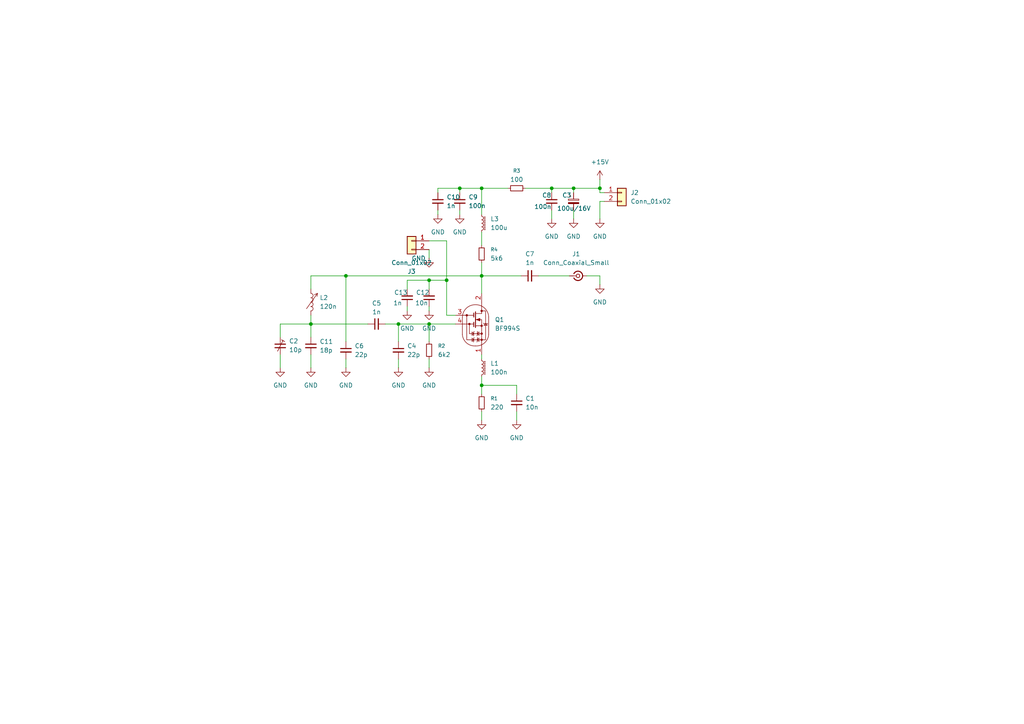
<source format=kicad_sch>
(kicad_sch
	(version 20250114)
	(generator "eeschema")
	(generator_version "9.0")
	(uuid "33ac9acd-f1d6-4b08-9984-7f4386875c40")
	(paper "A4")
	(lib_symbols
		(symbol "Connector:Conn_Coaxial_Small"
			(pin_numbers
				(hide yes)
			)
			(pin_names
				(offset 1.016)
				(hide yes)
			)
			(exclude_from_sim no)
			(in_bom yes)
			(on_board yes)
			(property "Reference" "J"
				(at 0.254 3.048 0)
				(effects
					(font
						(size 1.27 1.27)
					)
				)
			)
			(property "Value" "Conn_Coaxial_Small"
				(at 0 -3.81 0)
				(effects
					(font
						(size 1.27 1.27)
					)
				)
			)
			(property "Footprint" ""
				(at 0 0 0)
				(effects
					(font
						(size 1.27 1.27)
					)
					(hide yes)
				)
			)
			(property "Datasheet" "~"
				(at 0 0 0)
				(effects
					(font
						(size 1.27 1.27)
					)
					(hide yes)
				)
			)
			(property "Description" "small coaxial connector (BNC, SMA, SMB, SMC, Cinch/RCA, LEMO, ...)"
				(at 0 0 0)
				(effects
					(font
						(size 1.27 1.27)
					)
					(hide yes)
				)
			)
			(property "ki_keywords" "BNC SMA SMB SMC LEMO coaxial connector CINCH RCA MCX MMCX U.FL UMRF"
				(at 0 0 0)
				(effects
					(font
						(size 1.27 1.27)
					)
					(hide yes)
				)
			)
			(property "ki_fp_filters" "*BNC* *SMA* *SMB* *SMC* *Cinch* *LEMO* *UMRF* *MCX* *U.FL*"
				(at 0 0 0)
				(effects
					(font
						(size 1.27 1.27)
					)
					(hide yes)
				)
			)
			(symbol "Conn_Coaxial_Small_0_1"
				(polyline
					(pts
						(xy -2.54 0) (xy -0.508 0)
					)
					(stroke
						(width 0)
						(type default)
					)
					(fill
						(type none)
					)
				)
				(circle
					(center 0 0)
					(radius 0.508)
					(stroke
						(width 0.2032)
						(type default)
					)
					(fill
						(type none)
					)
				)
			)
			(symbol "Conn_Coaxial_Small_1_1"
				(arc
					(start 1.3484 0.0039)
					(mid 0.327 -1.308)
					(end -1.1916 -0.6311)
					(stroke
						(width 0.3048)
						(type default)
					)
					(fill
						(type none)
					)
				)
				(arc
					(start -1.1916 0.6311)
					(mid 0.327 1.3081)
					(end 1.3484 -0.0039)
					(stroke
						(width 0.3048)
						(type default)
					)
					(fill
						(type none)
					)
				)
				(pin passive line
					(at -2.54 0 0)
					(length 1.27)
					(name "In"
						(effects
							(font
								(size 1.27 1.27)
							)
						)
					)
					(number "1"
						(effects
							(font
								(size 1.27 1.27)
							)
						)
					)
				)
				(pin passive line
					(at 2.54 0 180)
					(length 1.27)
					(name "Ext"
						(effects
							(font
								(size 1.27 1.27)
							)
						)
					)
					(number "2"
						(effects
							(font
								(size 1.27 1.27)
							)
						)
					)
				)
			)
			(embedded_fonts no)
		)
		(symbol "Connector_Generic:Conn_01x02"
			(pin_names
				(offset 1.016)
				(hide yes)
			)
			(exclude_from_sim no)
			(in_bom yes)
			(on_board yes)
			(property "Reference" "J"
				(at 0 2.54 0)
				(effects
					(font
						(size 1.27 1.27)
					)
				)
			)
			(property "Value" "Conn_01x02"
				(at 0 -5.08 0)
				(effects
					(font
						(size 1.27 1.27)
					)
				)
			)
			(property "Footprint" ""
				(at 0 0 0)
				(effects
					(font
						(size 1.27 1.27)
					)
					(hide yes)
				)
			)
			(property "Datasheet" "~"
				(at 0 0 0)
				(effects
					(font
						(size 1.27 1.27)
					)
					(hide yes)
				)
			)
			(property "Description" "Generic connector, single row, 01x02, script generated (kicad-library-utils/schlib/autogen/connector/)"
				(at 0 0 0)
				(effects
					(font
						(size 1.27 1.27)
					)
					(hide yes)
				)
			)
			(property "ki_keywords" "connector"
				(at 0 0 0)
				(effects
					(font
						(size 1.27 1.27)
					)
					(hide yes)
				)
			)
			(property "ki_fp_filters" "Connector*:*_1x??_*"
				(at 0 0 0)
				(effects
					(font
						(size 1.27 1.27)
					)
					(hide yes)
				)
			)
			(symbol "Conn_01x02_1_1"
				(rectangle
					(start -1.27 1.27)
					(end 1.27 -3.81)
					(stroke
						(width 0.254)
						(type default)
					)
					(fill
						(type background)
					)
				)
				(rectangle
					(start -1.27 0.127)
					(end 0 -0.127)
					(stroke
						(width 0.1524)
						(type default)
					)
					(fill
						(type none)
					)
				)
				(rectangle
					(start -1.27 -2.413)
					(end 0 -2.667)
					(stroke
						(width 0.1524)
						(type default)
					)
					(fill
						(type none)
					)
				)
				(pin passive line
					(at -5.08 0 0)
					(length 3.81)
					(name "Pin_1"
						(effects
							(font
								(size 1.27 1.27)
							)
						)
					)
					(number "1"
						(effects
							(font
								(size 1.27 1.27)
							)
						)
					)
				)
				(pin passive line
					(at -5.08 -2.54 0)
					(length 3.81)
					(name "Pin_2"
						(effects
							(font
								(size 1.27 1.27)
							)
						)
					)
					(number "2"
						(effects
							(font
								(size 1.27 1.27)
							)
						)
					)
				)
			)
			(embedded_fonts no)
		)
		(symbol "Device:C_Polarized_Small"
			(pin_numbers
				(hide yes)
			)
			(pin_names
				(offset 0.254)
				(hide yes)
			)
			(exclude_from_sim no)
			(in_bom yes)
			(on_board yes)
			(property "Reference" "C"
				(at 0.254 1.778 0)
				(effects
					(font
						(size 1.27 1.27)
					)
					(justify left)
				)
			)
			(property "Value" "C_Polarized_Small"
				(at 0.254 -2.032 0)
				(effects
					(font
						(size 1.27 1.27)
					)
					(justify left)
				)
			)
			(property "Footprint" ""
				(at 0 0 0)
				(effects
					(font
						(size 1.27 1.27)
					)
					(hide yes)
				)
			)
			(property "Datasheet" "~"
				(at 0 0 0)
				(effects
					(font
						(size 1.27 1.27)
					)
					(hide yes)
				)
			)
			(property "Description" "Polarized capacitor, small symbol"
				(at 0 0 0)
				(effects
					(font
						(size 1.27 1.27)
					)
					(hide yes)
				)
			)
			(property "ki_keywords" "cap capacitor"
				(at 0 0 0)
				(effects
					(font
						(size 1.27 1.27)
					)
					(hide yes)
				)
			)
			(property "ki_fp_filters" "CP_*"
				(at 0 0 0)
				(effects
					(font
						(size 1.27 1.27)
					)
					(hide yes)
				)
			)
			(symbol "C_Polarized_Small_0_1"
				(rectangle
					(start -1.524 0.6858)
					(end 1.524 0.3048)
					(stroke
						(width 0)
						(type default)
					)
					(fill
						(type none)
					)
				)
				(rectangle
					(start -1.524 -0.3048)
					(end 1.524 -0.6858)
					(stroke
						(width 0)
						(type default)
					)
					(fill
						(type outline)
					)
				)
				(polyline
					(pts
						(xy -1.27 1.524) (xy -0.762 1.524)
					)
					(stroke
						(width 0)
						(type default)
					)
					(fill
						(type none)
					)
				)
				(polyline
					(pts
						(xy -1.016 1.27) (xy -1.016 1.778)
					)
					(stroke
						(width 0)
						(type default)
					)
					(fill
						(type none)
					)
				)
			)
			(symbol "C_Polarized_Small_1_1"
				(pin passive line
					(at 0 2.54 270)
					(length 1.8542)
					(name "~"
						(effects
							(font
								(size 1.27 1.27)
							)
						)
					)
					(number "1"
						(effects
							(font
								(size 1.27 1.27)
							)
						)
					)
				)
				(pin passive line
					(at 0 -2.54 90)
					(length 1.8542)
					(name "~"
						(effects
							(font
								(size 1.27 1.27)
							)
						)
					)
					(number "2"
						(effects
							(font
								(size 1.27 1.27)
							)
						)
					)
				)
			)
			(embedded_fonts no)
		)
		(symbol "Device:C_Small"
			(pin_numbers
				(hide yes)
			)
			(pin_names
				(offset 0.254)
				(hide yes)
			)
			(exclude_from_sim no)
			(in_bom yes)
			(on_board yes)
			(property "Reference" "C"
				(at 0.254 1.778 0)
				(effects
					(font
						(size 1.27 1.27)
					)
					(justify left)
				)
			)
			(property "Value" "C_Small"
				(at 0.254 -2.032 0)
				(effects
					(font
						(size 1.27 1.27)
					)
					(justify left)
				)
			)
			(property "Footprint" ""
				(at 0 0 0)
				(effects
					(font
						(size 1.27 1.27)
					)
					(hide yes)
				)
			)
			(property "Datasheet" "~"
				(at 0 0 0)
				(effects
					(font
						(size 1.27 1.27)
					)
					(hide yes)
				)
			)
			(property "Description" "Unpolarized capacitor, small symbol"
				(at 0 0 0)
				(effects
					(font
						(size 1.27 1.27)
					)
					(hide yes)
				)
			)
			(property "ki_keywords" "capacitor cap"
				(at 0 0 0)
				(effects
					(font
						(size 1.27 1.27)
					)
					(hide yes)
				)
			)
			(property "ki_fp_filters" "C_*"
				(at 0 0 0)
				(effects
					(font
						(size 1.27 1.27)
					)
					(hide yes)
				)
			)
			(symbol "C_Small_0_1"
				(polyline
					(pts
						(xy -1.524 0.508) (xy 1.524 0.508)
					)
					(stroke
						(width 0.3048)
						(type default)
					)
					(fill
						(type none)
					)
				)
				(polyline
					(pts
						(xy -1.524 -0.508) (xy 1.524 -0.508)
					)
					(stroke
						(width 0.3302)
						(type default)
					)
					(fill
						(type none)
					)
				)
			)
			(symbol "C_Small_1_1"
				(pin passive line
					(at 0 2.54 270)
					(length 2.032)
					(name "~"
						(effects
							(font
								(size 1.27 1.27)
							)
						)
					)
					(number "1"
						(effects
							(font
								(size 1.27 1.27)
							)
						)
					)
				)
				(pin passive line
					(at 0 -2.54 90)
					(length 2.032)
					(name "~"
						(effects
							(font
								(size 1.27 1.27)
							)
						)
					)
					(number "2"
						(effects
							(font
								(size 1.27 1.27)
							)
						)
					)
				)
			)
			(embedded_fonts no)
		)
		(symbol "Device:C_Trim_Small"
			(pin_numbers
				(hide yes)
			)
			(pin_names
				(offset 0.254)
				(hide yes)
			)
			(exclude_from_sim no)
			(in_bom yes)
			(on_board yes)
			(property "Reference" "C"
				(at 1.524 -2.032 0)
				(effects
					(font
						(size 1.27 1.27)
					)
				)
			)
			(property "Value" "C_Trim_Small"
				(at 3.048 -3.556 0)
				(effects
					(font
						(size 1.27 1.27)
					)
				)
			)
			(property "Footprint" ""
				(at 0 0 0)
				(effects
					(font
						(size 1.27 1.27)
					)
					(hide yes)
				)
			)
			(property "Datasheet" "~"
				(at 0 0 0)
				(effects
					(font
						(size 1.27 1.27)
					)
					(hide yes)
				)
			)
			(property "Description" "Trimmable capacitor, small symbol"
				(at 0 0 0)
				(effects
					(font
						(size 1.27 1.27)
					)
					(hide yes)
				)
			)
			(property "ki_keywords" "trimmer variable capacitor"
				(at 0 0 0)
				(effects
					(font
						(size 1.27 1.27)
					)
					(hide yes)
				)
			)
			(property "ki_fp_filters" "C_*"
				(at 0 0 0)
				(effects
					(font
						(size 1.27 1.27)
					)
					(hide yes)
				)
			)
			(symbol "C_Trim_Small_0_1"
				(polyline
					(pts
						(xy -1.524 0.508) (xy 1.524 0.508)
					)
					(stroke
						(width 0.3048)
						(type default)
					)
					(fill
						(type none)
					)
				)
				(polyline
					(pts
						(xy -1.524 -0.508) (xy 1.524 -0.508)
					)
					(stroke
						(width 0.3048)
						(type default)
					)
					(fill
						(type none)
					)
				)
				(polyline
					(pts
						(xy 0.762 1.524) (xy -0.762 -1.524)
					)
					(stroke
						(width 0.1778)
						(type default)
					)
					(fill
						(type none)
					)
				)
				(polyline
					(pts
						(xy 1.27 1.27) (xy 0.381 1.778)
					)
					(stroke
						(width 0.1778)
						(type default)
					)
					(fill
						(type none)
					)
				)
			)
			(symbol "C_Trim_Small_1_1"
				(pin passive line
					(at 0 2.54 270)
					(length 2.032)
					(name "~"
						(effects
							(font
								(size 1.27 1.27)
							)
						)
					)
					(number "1"
						(effects
							(font
								(size 1.27 1.27)
							)
						)
					)
				)
				(pin passive line
					(at 0 -2.54 90)
					(length 2.032)
					(name "~"
						(effects
							(font
								(size 1.27 1.27)
							)
						)
					)
					(number "2"
						(effects
							(font
								(size 1.27 1.27)
							)
						)
					)
				)
			)
			(embedded_fonts no)
		)
		(symbol "Device:L_Ferrite_Small"
			(pin_numbers
				(hide yes)
			)
			(pin_names
				(offset 0.254)
				(hide yes)
			)
			(exclude_from_sim no)
			(in_bom yes)
			(on_board yes)
			(property "Reference" "L"
				(at 1.27 1.016 0)
				(effects
					(font
						(size 1.27 1.27)
					)
					(justify left)
				)
			)
			(property "Value" "L_Ferrite_Small"
				(at 1.27 -1.27 0)
				(effects
					(font
						(size 1.27 1.27)
					)
					(justify left)
				)
			)
			(property "Footprint" ""
				(at 0 0 0)
				(effects
					(font
						(size 1.27 1.27)
					)
					(hide yes)
				)
			)
			(property "Datasheet" "~"
				(at 0 0 0)
				(effects
					(font
						(size 1.27 1.27)
					)
					(hide yes)
				)
			)
			(property "Description" "Inductor with ferrite core, small symbol"
				(at 0 0 0)
				(effects
					(font
						(size 1.27 1.27)
					)
					(hide yes)
				)
			)
			(property "ki_keywords" "inductor choke coil reactor magnetic"
				(at 0 0 0)
				(effects
					(font
						(size 1.27 1.27)
					)
					(hide yes)
				)
			)
			(property "ki_fp_filters" "Choke_* *Coil* Inductor_* L_*"
				(at 0 0 0)
				(effects
					(font
						(size 1.27 1.27)
					)
					(hide yes)
				)
			)
			(symbol "L_Ferrite_Small_0_1"
				(arc
					(start 0 2.032)
					(mid 0.5058 1.524)
					(end 0 1.016)
					(stroke
						(width 0)
						(type default)
					)
					(fill
						(type none)
					)
				)
				(arc
					(start 0 1.016)
					(mid 0.5058 0.508)
					(end 0 0)
					(stroke
						(width 0)
						(type default)
					)
					(fill
						(type none)
					)
				)
				(arc
					(start 0 0)
					(mid 0.5058 -0.508)
					(end 0 -1.016)
					(stroke
						(width 0)
						(type default)
					)
					(fill
						(type none)
					)
				)
				(arc
					(start 0 -1.016)
					(mid 0.5058 -1.524)
					(end 0 -2.032)
					(stroke
						(width 0)
						(type default)
					)
					(fill
						(type none)
					)
				)
				(polyline
					(pts
						(xy 0.762 1.651) (xy 0.762 1.905)
					)
					(stroke
						(width 0)
						(type default)
					)
					(fill
						(type none)
					)
				)
				(polyline
					(pts
						(xy 0.762 1.143) (xy 0.762 1.397)
					)
					(stroke
						(width 0)
						(type default)
					)
					(fill
						(type none)
					)
				)
				(polyline
					(pts
						(xy 0.762 0.635) (xy 0.762 0.889)
					)
					(stroke
						(width 0)
						(type default)
					)
					(fill
						(type none)
					)
				)
				(polyline
					(pts
						(xy 0.762 0.127) (xy 0.762 0.381)
					)
					(stroke
						(width 0)
						(type default)
					)
					(fill
						(type none)
					)
				)
				(polyline
					(pts
						(xy 0.762 -0.381) (xy 0.762 -0.127)
					)
					(stroke
						(width 0)
						(type default)
					)
					(fill
						(type none)
					)
				)
				(polyline
					(pts
						(xy 0.762 -0.889) (xy 0.762 -0.635)
					)
					(stroke
						(width 0)
						(type default)
					)
					(fill
						(type none)
					)
				)
				(polyline
					(pts
						(xy 0.762 -1.397) (xy 0.762 -1.143)
					)
					(stroke
						(width 0)
						(type default)
					)
					(fill
						(type none)
					)
				)
				(polyline
					(pts
						(xy 0.762 -1.905) (xy 0.762 -1.651)
					)
					(stroke
						(width 0)
						(type default)
					)
					(fill
						(type none)
					)
				)
				(polyline
					(pts
						(xy 1.016 1.905) (xy 1.016 1.651)
					)
					(stroke
						(width 0)
						(type default)
					)
					(fill
						(type none)
					)
				)
				(polyline
					(pts
						(xy 1.016 1.397) (xy 1.016 1.143)
					)
					(stroke
						(width 0)
						(type default)
					)
					(fill
						(type none)
					)
				)
				(polyline
					(pts
						(xy 1.016 0.889) (xy 1.016 0.635)
					)
					(stroke
						(width 0)
						(type default)
					)
					(fill
						(type none)
					)
				)
				(polyline
					(pts
						(xy 1.016 0.381) (xy 1.016 0.127)
					)
					(stroke
						(width 0)
						(type default)
					)
					(fill
						(type none)
					)
				)
				(polyline
					(pts
						(xy 1.016 -0.127) (xy 1.016 -0.381)
					)
					(stroke
						(width 0)
						(type default)
					)
					(fill
						(type none)
					)
				)
				(polyline
					(pts
						(xy 1.016 -0.635) (xy 1.016 -0.889)
					)
					(stroke
						(width 0)
						(type default)
					)
					(fill
						(type none)
					)
				)
				(polyline
					(pts
						(xy 1.016 -1.143) (xy 1.016 -1.397)
					)
					(stroke
						(width 0)
						(type default)
					)
					(fill
						(type none)
					)
				)
				(polyline
					(pts
						(xy 1.016 -1.651) (xy 1.016 -1.905)
					)
					(stroke
						(width 0)
						(type default)
					)
					(fill
						(type none)
					)
				)
			)
			(symbol "L_Ferrite_Small_1_1"
				(pin passive line
					(at 0 2.54 270)
					(length 0.508)
					(name "~"
						(effects
							(font
								(size 1.27 1.27)
							)
						)
					)
					(number "1"
						(effects
							(font
								(size 1.27 1.27)
							)
						)
					)
				)
				(pin passive line
					(at 0 -2.54 90)
					(length 0.508)
					(name "~"
						(effects
							(font
								(size 1.27 1.27)
							)
						)
					)
					(number "2"
						(effects
							(font
								(size 1.27 1.27)
							)
						)
					)
				)
			)
			(embedded_fonts no)
		)
		(symbol "Device:L_Trim"
			(pin_numbers
				(hide yes)
			)
			(pin_names
				(offset 1.016)
				(hide yes)
			)
			(exclude_from_sim no)
			(in_bom yes)
			(on_board yes)
			(property "Reference" "L"
				(at -1.905 0 90)
				(effects
					(font
						(size 1.27 1.27)
					)
				)
			)
			(property "Value" "L_Trim"
				(at 3.175 0 90)
				(effects
					(font
						(size 1.27 1.27)
					)
				)
			)
			(property "Footprint" ""
				(at 0 0 0)
				(effects
					(font
						(size 1.27 1.27)
					)
					(hide yes)
				)
			)
			(property "Datasheet" "~"
				(at 0 0 0)
				(effects
					(font
						(size 1.27 1.27)
					)
					(hide yes)
				)
			)
			(property "Description" "Variable inductor"
				(at 0 0 0)
				(effects
					(font
						(size 1.27 1.27)
					)
					(hide yes)
				)
			)
			(property "ki_keywords" "inductor choke coil reactor magnetic"
				(at 0 0 0)
				(effects
					(font
						(size 1.27 1.27)
					)
					(hide yes)
				)
			)
			(property "ki_fp_filters" "Inductor_* L_*"
				(at 0 0 0)
				(effects
					(font
						(size 1.27 1.27)
					)
					(hide yes)
				)
			)
			(symbol "L_Trim_0_1"
				(polyline
					(pts
						(xy -1.27 -1.905) (xy 1.905 2.54)
					)
					(stroke
						(width 0)
						(type default)
					)
					(fill
						(type none)
					)
				)
				(arc
					(start 0 2.54)
					(mid 0.6323 1.905)
					(end 0 1.27)
					(stroke
						(width 0)
						(type default)
					)
					(fill
						(type none)
					)
				)
				(arc
					(start 0 1.27)
					(mid 0.6323 0.635)
					(end 0 0)
					(stroke
						(width 0)
						(type default)
					)
					(fill
						(type none)
					)
				)
				(arc
					(start 0 0)
					(mid 0.6323 -0.635)
					(end 0 -1.27)
					(stroke
						(width 0)
						(type default)
					)
					(fill
						(type none)
					)
				)
				(arc
					(start 0 -1.27)
					(mid 0.6323 -1.905)
					(end 0 -2.54)
					(stroke
						(width 0)
						(type default)
					)
					(fill
						(type none)
					)
				)
				(polyline
					(pts
						(xy 1.905 2.54) (xy 1.016 2.159)
					)
					(stroke
						(width 0)
						(type default)
					)
					(fill
						(type none)
					)
				)
				(polyline
					(pts
						(xy 1.905 2.54) (xy 1.778 1.651)
					)
					(stroke
						(width 0)
						(type default)
					)
					(fill
						(type none)
					)
				)
			)
			(symbol "L_Trim_1_1"
				(pin passive line
					(at 0 3.81 270)
					(length 1.27)
					(name "1"
						(effects
							(font
								(size 1.27 1.27)
							)
						)
					)
					(number "1"
						(effects
							(font
								(size 1.27 1.27)
							)
						)
					)
				)
				(pin passive line
					(at 0 -3.81 90)
					(length 1.27)
					(name "2"
						(effects
							(font
								(size 1.27 1.27)
							)
						)
					)
					(number "2"
						(effects
							(font
								(size 1.27 1.27)
							)
						)
					)
				)
			)
			(embedded_fonts no)
		)
		(symbol "Device:R_Small"
			(pin_numbers
				(hide yes)
			)
			(pin_names
				(offset 0.254)
				(hide yes)
			)
			(exclude_from_sim no)
			(in_bom yes)
			(on_board yes)
			(property "Reference" "R"
				(at 0 0 90)
				(effects
					(font
						(size 1.016 1.016)
					)
				)
			)
			(property "Value" "R_Small"
				(at 1.778 0 90)
				(effects
					(font
						(size 1.27 1.27)
					)
				)
			)
			(property "Footprint" ""
				(at 0 0 0)
				(effects
					(font
						(size 1.27 1.27)
					)
					(hide yes)
				)
			)
			(property "Datasheet" "~"
				(at 0 0 0)
				(effects
					(font
						(size 1.27 1.27)
					)
					(hide yes)
				)
			)
			(property "Description" "Resistor, small symbol"
				(at 0 0 0)
				(effects
					(font
						(size 1.27 1.27)
					)
					(hide yes)
				)
			)
			(property "ki_keywords" "R resistor"
				(at 0 0 0)
				(effects
					(font
						(size 1.27 1.27)
					)
					(hide yes)
				)
			)
			(property "ki_fp_filters" "R_*"
				(at 0 0 0)
				(effects
					(font
						(size 1.27 1.27)
					)
					(hide yes)
				)
			)
			(symbol "R_Small_0_1"
				(rectangle
					(start -0.762 1.778)
					(end 0.762 -1.778)
					(stroke
						(width 0.2032)
						(type default)
					)
					(fill
						(type none)
					)
				)
			)
			(symbol "R_Small_1_1"
				(pin passive line
					(at 0 2.54 270)
					(length 0.762)
					(name "~"
						(effects
							(font
								(size 1.27 1.27)
							)
						)
					)
					(number "1"
						(effects
							(font
								(size 1.27 1.27)
							)
						)
					)
				)
				(pin passive line
					(at 0 -2.54 90)
					(length 0.762)
					(name "~"
						(effects
							(font
								(size 1.27 1.27)
							)
						)
					)
					(number "2"
						(effects
							(font
								(size 1.27 1.27)
							)
						)
					)
				)
			)
			(embedded_fonts no)
		)
		(symbol "Transistor_FET:BF994S"
			(pin_names
				(hide yes)
			)
			(exclude_from_sim no)
			(in_bom yes)
			(on_board yes)
			(property "Reference" "Q"
				(at 5.08 3.175 0)
				(effects
					(font
						(size 1.27 1.27)
					)
					(justify left)
				)
			)
			(property "Value" "BF994S"
				(at 5.207 1.27 0)
				(effects
					(font
						(size 1.27 1.27)
					)
					(justify left)
				)
			)
			(property "Footprint" "Package_TO_SOT_SMD:SOT-143"
				(at 5.207 -3.81 0)
				(effects
					(font
						(size 1.27 1.27)
						(italic yes)
					)
					(justify left)
					(hide yes)
				)
			)
			(property "Datasheet" "https://www.nxp.com/docs/en/data-sheet/BF994S.pdf"
				(at 5.207 -1.27 0)
				(effects
					(font
						(size 1.27 1.27)
					)
					(justify left)
					(hide yes)
				)
			)
			(property "Description" "VHF N-channel dual-gate MOS-FET, SOT-143"
				(at 0 0 0)
				(effects
					(font
						(size 1.27 1.27)
					)
					(hide yes)
				)
			)
			(property "ki_keywords" "N-Channel MOSFET"
				(at 0 0 0)
				(effects
					(font
						(size 1.27 1.27)
					)
					(hide yes)
				)
			)
			(property "ki_fp_filters" "SOT*143*"
				(at 0 0 0)
				(effects
					(font
						(size 1.27 1.27)
					)
					(hide yes)
				)
			)
			(symbol "BF994S_0_1"
				(circle
					(center -1.778 2.54)
					(radius 0.254)
					(stroke
						(width 0)
						(type default)
					)
					(fill
						(type outline)
					)
				)
				(circle
					(center -1.016 0)
					(radius 0.254)
					(stroke
						(width 0)
						(type default)
					)
					(fill
						(type outline)
					)
				)
				(polyline
					(pts
						(xy 0.254 3.175) (xy 0.254 2.032)
					)
					(stroke
						(width 0.254)
						(type default)
					)
					(fill
						(type none)
					)
				)
				(polyline
					(pts
						(xy 0.254 2.54) (xy -2.54 2.54)
					)
					(stroke
						(width 0)
						(type default)
					)
					(fill
						(type none)
					)
				)
				(polyline
					(pts
						(xy 0.254 0.508) (xy 0.254 -0.762)
					)
					(stroke
						(width 0.254)
						(type default)
					)
					(fill
						(type none)
					)
				)
				(polyline
					(pts
						(xy 0.254 0) (xy -2.54 0)
					)
					(stroke
						(width 0)
						(type default)
					)
					(fill
						(type none)
					)
				)
				(polyline
					(pts
						(xy 0.254 -2.286) (xy 0.254 -3.302)
					)
					(stroke
						(width 0)
						(type default)
					)
					(fill
						(type none)
					)
				)
				(polyline
					(pts
						(xy 0.254 -2.794) (xy -0.254 -2.286) (xy -0.254 -3.302) (xy 0.254 -2.794)
					)
					(stroke
						(width 0)
						(type default)
					)
					(fill
						(type none)
					)
				)
				(polyline
					(pts
						(xy 0.254 -3.302) (xy 0.127 -3.429)
					)
					(stroke
						(width 0)
						(type default)
					)
					(fill
						(type none)
					)
				)
				(polyline
					(pts
						(xy 0.254 -4.064) (xy 0.254 -5.08)
					)
					(stroke
						(width 0)
						(type default)
					)
					(fill
						(type none)
					)
				)
				(polyline
					(pts
						(xy 0.254 -4.572) (xy -0.254 -4.064) (xy -0.254 -5.08) (xy 0.254 -4.572)
					)
					(stroke
						(width 0)
						(type default)
					)
					(fill
						(type none)
					)
				)
				(polyline
					(pts
						(xy 0.254 -5.08) (xy 0.127 -5.207)
					)
					(stroke
						(width 0)
						(type default)
					)
					(fill
						(type none)
					)
				)
				(polyline
					(pts
						(xy 0.381 -2.159) (xy 0.254 -2.286)
					)
					(stroke
						(width 0)
						(type default)
					)
					(fill
						(type none)
					)
				)
				(polyline
					(pts
						(xy 0.381 -3.937) (xy 0.254 -4.064)
					)
					(stroke
						(width 0)
						(type default)
					)
					(fill
						(type none)
					)
				)
				(polyline
					(pts
						(xy 0.762 3.556) (xy 0.762 -1.016)
					)
					(stroke
						(width 0.254)
						(type default)
					)
					(fill
						(type none)
					)
				)
				(polyline
					(pts
						(xy 0.762 3.048) (xy 2.54 3.048)
					)
					(stroke
						(width 0)
						(type default)
					)
					(fill
						(type none)
					)
				)
				(polyline
					(pts
						(xy 0.762 -0.508) (xy 2.54 -0.508)
					)
					(stroke
						(width 0)
						(type default)
					)
					(fill
						(type none)
					)
				)
				(polyline
					(pts
						(xy 1.016 1.27) (xy 2.032 1.651) (xy 2.032 0.889) (xy 1.016 1.27)
					)
					(stroke
						(width 0)
						(type default)
					)
					(fill
						(type outline)
					)
				)
				(polyline
					(pts
						(xy 1.27 -2.286) (xy 1.27 -3.302)
					)
					(stroke
						(width 0)
						(type default)
					)
					(fill
						(type none)
					)
				)
				(polyline
					(pts
						(xy 1.27 -2.794) (xy 1.778 -2.286) (xy 1.778 -3.302) (xy 1.27 -2.794)
					)
					(stroke
						(width 0)
						(type default)
					)
					(fill
						(type none)
					)
				)
				(polyline
					(pts
						(xy 1.27 -3.302) (xy 1.143 -3.429)
					)
					(stroke
						(width 0)
						(type default)
					)
					(fill
						(type none)
					)
				)
				(polyline
					(pts
						(xy 1.27 -4.064) (xy 1.27 -5.08)
					)
					(stroke
						(width 0)
						(type default)
					)
					(fill
						(type none)
					)
				)
				(polyline
					(pts
						(xy 1.27 -4.572) (xy 1.778 -4.064) (xy 1.778 -5.08) (xy 1.27 -4.572)
					)
					(stroke
						(width 0)
						(type default)
					)
					(fill
						(type none)
					)
				)
				(polyline
					(pts
						(xy 1.27 -5.08) (xy 1.143 -5.207)
					)
					(stroke
						(width 0)
						(type default)
					)
					(fill
						(type none)
					)
				)
				(polyline
					(pts
						(xy 1.397 -2.159) (xy 1.27 -2.286)
					)
					(stroke
						(width 0)
						(type default)
					)
					(fill
						(type none)
					)
				)
				(polyline
					(pts
						(xy 1.397 -3.937) (xy 1.27 -4.064)
					)
					(stroke
						(width 0)
						(type default)
					)
					(fill
						(type none)
					)
				)
				(polyline
					(pts
						(xy 2.54 6.35) (xy 2.54 3.048)
					)
					(stroke
						(width 0)
						(type default)
					)
					(fill
						(type none)
					)
				)
				(circle
					(center 2.54 3.81)
					(radius 0.254)
					(stroke
						(width 0)
						(type default)
					)
					(fill
						(type outline)
					)
				)
				(circle
					(center 2.54 -0.508)
					(radius 0.254)
					(stroke
						(width 0)
						(type default)
					)
					(fill
						(type outline)
					)
				)
				(polyline
					(pts
						(xy 2.54 -2.794) (xy -1.016 -2.794) (xy -1.016 0)
					)
					(stroke
						(width 0)
						(type default)
					)
					(fill
						(type none)
					)
				)
				(circle
					(center 2.54 -2.794)
					(radius 0.254)
					(stroke
						(width 0)
						(type default)
					)
					(fill
						(type outline)
					)
				)
				(circle
					(center 2.54 -4.572)
					(radius 0.254)
					(stroke
						(width 0)
						(type default)
					)
					(fill
						(type outline)
					)
				)
				(polyline
					(pts
						(xy 2.54 -6.35) (xy 2.54 1.27) (xy 0.762 1.27)
					)
					(stroke
						(width 0)
						(type default)
					)
					(fill
						(type none)
					)
				)
				(polyline
					(pts
						(xy 2.794 -4.572) (xy 3.683 -4.572) (xy 3.683 3.81) (xy 2.794 3.81)
					)
					(stroke
						(width 0)
						(type default)
					)
					(fill
						(type none)
					)
				)
				(polyline
					(pts
						(xy 3.683 0.127) (xy 4.191 -0.381) (xy 3.175 -0.381) (xy 3.683 0.127)
					)
					(stroke
						(width 0)
						(type default)
					)
					(fill
						(type none)
					)
				)
				(polyline
					(pts
						(xy 4.191 0.127) (xy 4.318 0)
					)
					(stroke
						(width 0)
						(type default)
					)
					(fill
						(type none)
					)
				)
				(polyline
					(pts
						(xy 4.191 0.127) (xy 3.175 0.127) (xy 3.048 0.254)
					)
					(stroke
						(width 0)
						(type default)
					)
					(fill
						(type none)
					)
				)
			)
			(symbol "BF994S_1_1"
				(polyline
					(pts
						(xy -3.048 -3.048) (xy -3.048 2.032)
					)
					(stroke
						(width 0)
						(type default)
					)
					(fill
						(type none)
					)
				)
				(arc
					(start 0.762 -6.35)
					(mid -1.8266 -5.4878)
					(end -3.048 -3.048)
					(stroke
						(width 0)
						(type default)
					)
					(fill
						(type none)
					)
				)
				(arc
					(start -3.048 2.032)
					(mid -1.8782 4.5977)
					(end 0.762 5.588)
					(stroke
						(width 0)
						(type default)
					)
					(fill
						(type none)
					)
				)
				(arc
					(start 0.762 5.588)
					(mid 3.4031 4.5987)
					(end 4.572 2.032)
					(stroke
						(width 0)
						(type default)
					)
					(fill
						(type none)
					)
				)
				(arc
					(start 4.572 -3.048)
					(mid 3.3505 -5.4877)
					(end 0.762 -6.35)
					(stroke
						(width 0)
						(type default)
					)
					(fill
						(type none)
					)
				)
				(polyline
					(pts
						(xy 2.54 -4.572) (xy -1.778 -4.572) (xy -1.778 2.54)
					)
					(stroke
						(width 0)
						(type default)
					)
					(fill
						(type none)
					)
				)
				(polyline
					(pts
						(xy 4.572 2.032) (xy 4.572 -3.048)
					)
					(stroke
						(width 0)
						(type default)
					)
					(fill
						(type none)
					)
				)
				(pin input line
					(at -5.08 2.54 0)
					(length 2.54)
					(name "G2"
						(effects
							(font
								(size 1.27 1.27)
							)
						)
					)
					(number "3"
						(effects
							(font
								(size 1.27 1.27)
							)
						)
					)
				)
				(pin input line
					(at -5.08 0 0)
					(length 2.54)
					(name "G1"
						(effects
							(font
								(size 1.27 1.27)
							)
						)
					)
					(number "4"
						(effects
							(font
								(size 1.27 1.27)
							)
						)
					)
				)
				(pin passive line
					(at 2.54 8.89 270)
					(length 2.54)
					(name "D"
						(effects
							(font
								(size 1.27 1.27)
							)
						)
					)
					(number "2"
						(effects
							(font
								(size 1.27 1.27)
							)
						)
					)
				)
				(pin passive line
					(at 2.54 -8.89 90)
					(length 2.54)
					(name "S"
						(effects
							(font
								(size 1.27 1.27)
							)
						)
					)
					(number "1"
						(effects
							(font
								(size 1.27 1.27)
							)
						)
					)
				)
			)
			(embedded_fonts no)
		)
		(symbol "power:+15V"
			(power)
			(pin_numbers
				(hide yes)
			)
			(pin_names
				(offset 0)
				(hide yes)
			)
			(exclude_from_sim no)
			(in_bom yes)
			(on_board yes)
			(property "Reference" "#PWR"
				(at 0 -3.81 0)
				(effects
					(font
						(size 1.27 1.27)
					)
					(hide yes)
				)
			)
			(property "Value" "+15V"
				(at 0 3.556 0)
				(effects
					(font
						(size 1.27 1.27)
					)
				)
			)
			(property "Footprint" ""
				(at 0 0 0)
				(effects
					(font
						(size 1.27 1.27)
					)
					(hide yes)
				)
			)
			(property "Datasheet" ""
				(at 0 0 0)
				(effects
					(font
						(size 1.27 1.27)
					)
					(hide yes)
				)
			)
			(property "Description" "Power symbol creates a global label with name \"+15V\""
				(at 0 0 0)
				(effects
					(font
						(size 1.27 1.27)
					)
					(hide yes)
				)
			)
			(property "ki_keywords" "global power"
				(at 0 0 0)
				(effects
					(font
						(size 1.27 1.27)
					)
					(hide yes)
				)
			)
			(symbol "+15V_0_1"
				(polyline
					(pts
						(xy -0.762 1.27) (xy 0 2.54)
					)
					(stroke
						(width 0)
						(type default)
					)
					(fill
						(type none)
					)
				)
				(polyline
					(pts
						(xy 0 2.54) (xy 0.762 1.27)
					)
					(stroke
						(width 0)
						(type default)
					)
					(fill
						(type none)
					)
				)
				(polyline
					(pts
						(xy 0 0) (xy 0 2.54)
					)
					(stroke
						(width 0)
						(type default)
					)
					(fill
						(type none)
					)
				)
			)
			(symbol "+15V_1_1"
				(pin power_in line
					(at 0 0 90)
					(length 0)
					(name "~"
						(effects
							(font
								(size 1.27 1.27)
							)
						)
					)
					(number "1"
						(effects
							(font
								(size 1.27 1.27)
							)
						)
					)
				)
			)
			(embedded_fonts no)
		)
		(symbol "power:GND"
			(power)
			(pin_numbers
				(hide yes)
			)
			(pin_names
				(offset 0)
				(hide yes)
			)
			(exclude_from_sim no)
			(in_bom yes)
			(on_board yes)
			(property "Reference" "#PWR"
				(at 0 -6.35 0)
				(effects
					(font
						(size 1.27 1.27)
					)
					(hide yes)
				)
			)
			(property "Value" "GND"
				(at 0 -3.81 0)
				(effects
					(font
						(size 1.27 1.27)
					)
				)
			)
			(property "Footprint" ""
				(at 0 0 0)
				(effects
					(font
						(size 1.27 1.27)
					)
					(hide yes)
				)
			)
			(property "Datasheet" ""
				(at 0 0 0)
				(effects
					(font
						(size 1.27 1.27)
					)
					(hide yes)
				)
			)
			(property "Description" "Power symbol creates a global label with name \"GND\" , ground"
				(at 0 0 0)
				(effects
					(font
						(size 1.27 1.27)
					)
					(hide yes)
				)
			)
			(property "ki_keywords" "global power"
				(at 0 0 0)
				(effects
					(font
						(size 1.27 1.27)
					)
					(hide yes)
				)
			)
			(symbol "GND_0_1"
				(polyline
					(pts
						(xy 0 0) (xy 0 -1.27) (xy 1.27 -1.27) (xy 0 -2.54) (xy -1.27 -1.27) (xy 0 -1.27)
					)
					(stroke
						(width 0)
						(type default)
					)
					(fill
						(type none)
					)
				)
			)
			(symbol "GND_1_1"
				(pin power_in line
					(at 0 0 270)
					(length 0)
					(name "~"
						(effects
							(font
								(size 1.27 1.27)
							)
						)
					)
					(number "1"
						(effects
							(font
								(size 1.27 1.27)
							)
						)
					)
				)
			)
			(embedded_fonts no)
		)
	)
	(junction
		(at 139.7 80.01)
		(diameter 0)
		(color 0 0 0 0)
		(uuid "0280fa39-a313-4ec1-b7ce-4ece1380d486")
	)
	(junction
		(at 139.7 111.76)
		(diameter 0)
		(color 0 0 0 0)
		(uuid "07140ecd-e0f8-4251-a613-438a7e2b928f")
	)
	(junction
		(at 124.46 93.98)
		(diameter 0)
		(color 0 0 0 0)
		(uuid "35c8375b-4986-42be-92ce-1b1cde176722")
	)
	(junction
		(at 166.37 54.61)
		(diameter 0)
		(color 0 0 0 0)
		(uuid "3d34ff1f-974c-432d-8aac-0cee128d1c77")
	)
	(junction
		(at 124.46 81.28)
		(diameter 0)
		(color 0 0 0 0)
		(uuid "60be05a7-75a1-48bc-90ed-023b2ec5e38b")
	)
	(junction
		(at 90.17 93.98)
		(diameter 0)
		(color 0 0 0 0)
		(uuid "88ea3c9f-ad1c-4875-8f34-075b66eabec1")
	)
	(junction
		(at 139.7 54.61)
		(diameter 0)
		(color 0 0 0 0)
		(uuid "9b0f7988-3f6a-4b53-a44e-5f859b6ac073")
	)
	(junction
		(at 133.35 54.61)
		(diameter 0)
		(color 0 0 0 0)
		(uuid "9eb71d21-d3c9-4e2e-b446-cd76159ff6d5")
	)
	(junction
		(at 100.33 80.01)
		(diameter 0)
		(color 0 0 0 0)
		(uuid "b12bfb93-3d3e-4d7d-8d25-84c9271aa248")
	)
	(junction
		(at 129.54 81.28)
		(diameter 0)
		(color 0 0 0 0)
		(uuid "b8720d5e-0a2f-4b69-a887-71c7c6038ac9")
	)
	(junction
		(at 115.57 93.98)
		(diameter 0)
		(color 0 0 0 0)
		(uuid "cdb536bb-c3db-4342-af09-48a7b44e1d6a")
	)
	(junction
		(at 160.02 54.61)
		(diameter 0)
		(color 0 0 0 0)
		(uuid "eaa6dd23-0469-442e-b873-b0d24b827064")
	)
	(junction
		(at 173.99 54.61)
		(diameter 0)
		(color 0 0 0 0)
		(uuid "f88369bd-4f7e-462d-96d6-32ff0861bec7")
	)
	(wire
		(pts
			(xy 90.17 102.87) (xy 90.17 106.68)
		)
		(stroke
			(width 0)
			(type default)
		)
		(uuid "04233d48-6d75-4c8e-a043-9904e1b373c0")
	)
	(wire
		(pts
			(xy 100.33 80.01) (xy 100.33 99.06)
		)
		(stroke
			(width 0)
			(type default)
		)
		(uuid "0847450e-c234-4a09-9d23-54888885ae7e")
	)
	(wire
		(pts
			(xy 173.99 63.5) (xy 173.99 58.42)
		)
		(stroke
			(width 0)
			(type default)
		)
		(uuid "0ee9dd84-9645-4776-9777-9b1d94b97c30")
	)
	(wire
		(pts
			(xy 149.86 114.3) (xy 149.86 111.76)
		)
		(stroke
			(width 0)
			(type default)
		)
		(uuid "177bf7aa-6562-41e8-a644-e01cba44cc36")
	)
	(wire
		(pts
			(xy 166.37 54.61) (xy 173.99 54.61)
		)
		(stroke
			(width 0)
			(type default)
		)
		(uuid "2152c842-6c01-4c56-a181-3f4fc3c16468")
	)
	(wire
		(pts
			(xy 90.17 93.98) (xy 106.68 93.98)
		)
		(stroke
			(width 0)
			(type default)
		)
		(uuid "21d5371e-fdc7-48dd-b0c9-484eeae85ae2")
	)
	(wire
		(pts
			(xy 90.17 80.01) (xy 90.17 83.82)
		)
		(stroke
			(width 0)
			(type default)
		)
		(uuid "227454b6-8472-43e0-88c9-b1929cd1c479")
	)
	(wire
		(pts
			(xy 156.21 80.01) (xy 165.1 80.01)
		)
		(stroke
			(width 0)
			(type default)
		)
		(uuid "271efb21-744e-4ff1-b3c9-b718359ec0df")
	)
	(wire
		(pts
			(xy 115.57 93.98) (xy 124.46 93.98)
		)
		(stroke
			(width 0)
			(type default)
		)
		(uuid "2eddc2d5-cfd4-411a-bb16-277327f2528b")
	)
	(wire
		(pts
			(xy 139.7 80.01) (xy 151.13 80.01)
		)
		(stroke
			(width 0)
			(type default)
		)
		(uuid "320c1254-d2da-42fc-be0f-fa9f90381248")
	)
	(wire
		(pts
			(xy 139.7 54.61) (xy 139.7 62.23)
		)
		(stroke
			(width 0)
			(type default)
		)
		(uuid "320d5545-468b-4442-b80c-1f4fc5296f4d")
	)
	(wire
		(pts
			(xy 81.28 102.87) (xy 81.28 106.68)
		)
		(stroke
			(width 0)
			(type default)
		)
		(uuid "374003e2-a044-4812-8eb9-0daa1db6fb98")
	)
	(wire
		(pts
			(xy 124.46 104.14) (xy 124.46 106.68)
		)
		(stroke
			(width 0)
			(type default)
		)
		(uuid "3cc18ef3-55cb-4286-a4e2-d88ee774d192")
	)
	(wire
		(pts
			(xy 124.46 69.85) (xy 129.54 69.85)
		)
		(stroke
			(width 0)
			(type default)
		)
		(uuid "41c418ce-a12c-4140-b643-2cea5be98dbc")
	)
	(wire
		(pts
			(xy 149.86 119.38) (xy 149.86 121.92)
		)
		(stroke
			(width 0)
			(type default)
		)
		(uuid "440a213d-4417-4467-a215-f9bfc6cabee1")
	)
	(wire
		(pts
			(xy 133.35 54.61) (xy 139.7 54.61)
		)
		(stroke
			(width 0)
			(type default)
		)
		(uuid "4a91961b-3efd-4a8c-90da-85a001154c4a")
	)
	(wire
		(pts
			(xy 160.02 60.96) (xy 160.02 63.5)
		)
		(stroke
			(width 0)
			(type default)
		)
		(uuid "4d60274b-e1b4-46aa-92f9-65077a2661ad")
	)
	(wire
		(pts
			(xy 115.57 104.14) (xy 115.57 106.68)
		)
		(stroke
			(width 0)
			(type default)
		)
		(uuid "4dc74638-dd33-44e2-a83c-935ca383deb4")
	)
	(wire
		(pts
			(xy 147.32 54.61) (xy 139.7 54.61)
		)
		(stroke
			(width 0)
			(type default)
		)
		(uuid "54bb68a8-56b2-4d21-8ce3-27273cafd5ba")
	)
	(wire
		(pts
			(xy 127 60.96) (xy 127 62.23)
		)
		(stroke
			(width 0)
			(type default)
		)
		(uuid "54fd1f33-69ff-4d3d-a28c-a4b3d7d54763")
	)
	(wire
		(pts
			(xy 90.17 91.44) (xy 90.17 93.98)
		)
		(stroke
			(width 0)
			(type default)
		)
		(uuid "57d58381-ad49-4e34-b1ed-77b0690089d7")
	)
	(wire
		(pts
			(xy 132.08 91.44) (xy 129.54 91.44)
		)
		(stroke
			(width 0)
			(type default)
		)
		(uuid "589f54b4-4a29-4975-9474-16bf50ec4bb1")
	)
	(wire
		(pts
			(xy 175.26 55.88) (xy 173.99 55.88)
		)
		(stroke
			(width 0)
			(type default)
		)
		(uuid "5ad0a90e-a2b2-43b1-a336-555436fb75f7")
	)
	(wire
		(pts
			(xy 124.46 88.9) (xy 124.46 90.17)
		)
		(stroke
			(width 0)
			(type default)
		)
		(uuid "617e07bb-e3f6-45ef-8597-cc9314493b3d")
	)
	(wire
		(pts
			(xy 115.57 93.98) (xy 115.57 99.06)
		)
		(stroke
			(width 0)
			(type default)
		)
		(uuid "67496e07-001d-41d4-b4b9-5b08e1a9ff60")
	)
	(wire
		(pts
			(xy 139.7 111.76) (xy 139.7 114.3)
		)
		(stroke
			(width 0)
			(type default)
		)
		(uuid "69b9422c-7fb1-4b6a-9954-a5d355d3e519")
	)
	(wire
		(pts
			(xy 139.7 102.87) (xy 139.7 104.14)
		)
		(stroke
			(width 0)
			(type default)
		)
		(uuid "6bfa2691-535d-48b2-904a-ede0520b8436")
	)
	(wire
		(pts
			(xy 173.99 80.01) (xy 173.99 82.55)
		)
		(stroke
			(width 0)
			(type default)
		)
		(uuid "6c59e65f-053f-4040-b3a7-acecba404fa1")
	)
	(wire
		(pts
			(xy 133.35 54.61) (xy 133.35 55.88)
		)
		(stroke
			(width 0)
			(type default)
		)
		(uuid "7054b9d0-0787-4140-bada-0db3665c90e3")
	)
	(wire
		(pts
			(xy 139.7 76.2) (xy 139.7 80.01)
		)
		(stroke
			(width 0)
			(type default)
		)
		(uuid "7a300b23-540e-48a4-9264-5701c14504e3")
	)
	(wire
		(pts
			(xy 124.46 93.98) (xy 132.08 93.98)
		)
		(stroke
			(width 0)
			(type default)
		)
		(uuid "7ab4e267-3450-4d37-9503-e3ca820e91a5")
	)
	(wire
		(pts
			(xy 129.54 81.28) (xy 124.46 81.28)
		)
		(stroke
			(width 0)
			(type default)
		)
		(uuid "7e6c2785-2f58-45f3-b19c-77b4d5c2dabc")
	)
	(wire
		(pts
			(xy 173.99 58.42) (xy 175.26 58.42)
		)
		(stroke
			(width 0)
			(type default)
		)
		(uuid "7eaed558-884b-460a-8aa7-db20289fdce9")
	)
	(wire
		(pts
			(xy 133.35 60.96) (xy 133.35 62.23)
		)
		(stroke
			(width 0)
			(type default)
		)
		(uuid "8099a772-011b-443e-aa35-0cfd8678803a")
	)
	(wire
		(pts
			(xy 124.46 72.39) (xy 124.46 74.93)
		)
		(stroke
			(width 0)
			(type default)
		)
		(uuid "87241c78-77aa-4c13-848c-a07272628a1a")
	)
	(wire
		(pts
			(xy 173.99 54.61) (xy 173.99 55.88)
		)
		(stroke
			(width 0)
			(type default)
		)
		(uuid "8825cddf-7bdd-40bd-aa21-9f2d29f82d89")
	)
	(wire
		(pts
			(xy 100.33 80.01) (xy 139.7 80.01)
		)
		(stroke
			(width 0)
			(type default)
		)
		(uuid "88396f9d-4c65-4621-8154-49f116d05aeb")
	)
	(wire
		(pts
			(xy 139.7 109.22) (xy 139.7 111.76)
		)
		(stroke
			(width 0)
			(type default)
		)
		(uuid "89829b7e-451f-4d7f-b73d-217851ac838b")
	)
	(wire
		(pts
			(xy 118.11 88.9) (xy 118.11 90.17)
		)
		(stroke
			(width 0)
			(type default)
		)
		(uuid "8bca2105-006b-4bde-8b24-b61679bcddc7")
	)
	(wire
		(pts
			(xy 166.37 60.96) (xy 166.37 63.5)
		)
		(stroke
			(width 0)
			(type default)
		)
		(uuid "8bf91cfc-cdf6-4aa8-b676-b295a4a58dc1")
	)
	(wire
		(pts
			(xy 90.17 80.01) (xy 100.33 80.01)
		)
		(stroke
			(width 0)
			(type default)
		)
		(uuid "9c67e70b-a3be-414a-bac6-563c34fe44c2")
	)
	(wire
		(pts
			(xy 160.02 54.61) (xy 160.02 55.88)
		)
		(stroke
			(width 0)
			(type default)
		)
		(uuid "9c726468-eee7-400b-83f0-a56f35064434")
	)
	(wire
		(pts
			(xy 124.46 93.98) (xy 124.46 99.06)
		)
		(stroke
			(width 0)
			(type default)
		)
		(uuid "abc3245e-85d0-45f3-ad38-47ea8a90974e")
	)
	(wire
		(pts
			(xy 160.02 54.61) (xy 166.37 54.61)
		)
		(stroke
			(width 0)
			(type default)
		)
		(uuid "b1e82084-7e2d-4a23-9ab7-38ed6f03b061")
	)
	(wire
		(pts
			(xy 173.99 52.07) (xy 173.99 54.61)
		)
		(stroke
			(width 0)
			(type default)
		)
		(uuid "b25f67d5-1a58-4fd2-bbe4-76842f067930")
	)
	(wire
		(pts
			(xy 124.46 81.28) (xy 124.46 83.82)
		)
		(stroke
			(width 0)
			(type default)
		)
		(uuid "b2e9966c-b3ae-472e-96e1-ecabf12ef29e")
	)
	(wire
		(pts
			(xy 129.54 91.44) (xy 129.54 81.28)
		)
		(stroke
			(width 0)
			(type default)
		)
		(uuid "b41be612-548d-4df0-b6e0-aa01c97bef51")
	)
	(wire
		(pts
			(xy 81.28 93.98) (xy 81.28 97.79)
		)
		(stroke
			(width 0)
			(type default)
		)
		(uuid "b4cdb65e-9f93-4e65-b163-2d90d2dfb219")
	)
	(wire
		(pts
			(xy 152.4 54.61) (xy 160.02 54.61)
		)
		(stroke
			(width 0)
			(type default)
		)
		(uuid "b71e7846-abe1-45d7-8640-9ad5c3ef47f7")
	)
	(wire
		(pts
			(xy 127 54.61) (xy 133.35 54.61)
		)
		(stroke
			(width 0)
			(type default)
		)
		(uuid "bce9ae28-91c8-43db-a583-f6dae1260c4b")
	)
	(wire
		(pts
			(xy 118.11 83.82) (xy 118.11 81.28)
		)
		(stroke
			(width 0)
			(type default)
		)
		(uuid "c1e0cbd6-9392-4f42-b5ce-b23d62d1555a")
	)
	(wire
		(pts
			(xy 118.11 81.28) (xy 124.46 81.28)
		)
		(stroke
			(width 0)
			(type default)
		)
		(uuid "c896206f-b2a3-43c4-a708-7ffdacc05511")
	)
	(wire
		(pts
			(xy 149.86 111.76) (xy 139.7 111.76)
		)
		(stroke
			(width 0)
			(type default)
		)
		(uuid "cff59eba-643a-4b21-95ea-2005f91f2e2b")
	)
	(wire
		(pts
			(xy 127 55.88) (xy 127 54.61)
		)
		(stroke
			(width 0)
			(type default)
		)
		(uuid "d0fe3e9b-d0a5-4de6-9c4d-9b8964373a2c")
	)
	(wire
		(pts
			(xy 139.7 80.01) (xy 139.7 85.09)
		)
		(stroke
			(width 0)
			(type default)
		)
		(uuid "d225a001-e1d5-424e-a8e3-1c1897bf0b38")
	)
	(wire
		(pts
			(xy 139.7 67.31) (xy 139.7 71.12)
		)
		(stroke
			(width 0)
			(type default)
		)
		(uuid "d265a400-040a-47a7-9069-40c917309df1")
	)
	(wire
		(pts
			(xy 170.18 80.01) (xy 173.99 80.01)
		)
		(stroke
			(width 0)
			(type default)
		)
		(uuid "d2c0f8b0-8154-49ca-9f29-607421b80cee")
	)
	(wire
		(pts
			(xy 90.17 93.98) (xy 90.17 97.79)
		)
		(stroke
			(width 0)
			(type default)
		)
		(uuid "db84f71b-54f7-4349-837e-6a9f5d4a410d")
	)
	(wire
		(pts
			(xy 129.54 69.85) (xy 129.54 81.28)
		)
		(stroke
			(width 0)
			(type default)
		)
		(uuid "dbbb57a9-53c3-4282-b39c-0dbde1e7e616")
	)
	(wire
		(pts
			(xy 166.37 55.88) (xy 166.37 54.61)
		)
		(stroke
			(width 0)
			(type default)
		)
		(uuid "dcefb65b-364e-491c-877b-2aa59117a38f")
	)
	(wire
		(pts
			(xy 81.28 93.98) (xy 90.17 93.98)
		)
		(stroke
			(width 0)
			(type default)
		)
		(uuid "e119abcb-a881-4d96-bec3-4d76841fc2c5")
	)
	(wire
		(pts
			(xy 100.33 104.14) (xy 100.33 106.68)
		)
		(stroke
			(width 0)
			(type default)
		)
		(uuid "e654032f-5d5c-4d63-8e9d-46834f19ee20")
	)
	(wire
		(pts
			(xy 111.76 93.98) (xy 115.57 93.98)
		)
		(stroke
			(width 0)
			(type default)
		)
		(uuid "e9cb1b03-f325-48c2-8607-65ee6100d75e")
	)
	(wire
		(pts
			(xy 139.7 119.38) (xy 139.7 121.92)
		)
		(stroke
			(width 0)
			(type default)
		)
		(uuid "f9b02f4a-b2c1-4983-aa4e-65cbd19c6ec6")
	)
	(symbol
		(lib_id "power:GND")
		(at 90.17 106.68 0)
		(unit 1)
		(exclude_from_sim no)
		(in_bom yes)
		(on_board yes)
		(dnp no)
		(fields_autoplaced yes)
		(uuid "04c6d7e0-594b-4c26-9a02-89c9e6f0f141")
		(property "Reference" "#PWR013"
			(at 90.17 113.03 0)
			(effects
				(font
					(size 1.27 1.27)
				)
				(hide yes)
			)
		)
		(property "Value" "GND"
			(at 90.17 111.76 0)
			(effects
				(font
					(size 1.27 1.27)
				)
			)
		)
		(property "Footprint" ""
			(at 90.17 106.68 0)
			(effects
				(font
					(size 1.27 1.27)
				)
				(hide yes)
			)
		)
		(property "Datasheet" ""
			(at 90.17 106.68 0)
			(effects
				(font
					(size 1.27 1.27)
				)
				(hide yes)
			)
		)
		(property "Description" "Power symbol creates a global label with name \"GND\" , ground"
			(at 90.17 106.68 0)
			(effects
				(font
					(size 1.27 1.27)
				)
				(hide yes)
			)
		)
		(pin "1"
			(uuid "e2b0ecea-985e-4500-a168-d40e3e2d9863")
		)
		(instances
			(project "Vackars-oscylator-Dual-Mosfet"
				(path "/33ac9acd-f1d6-4b08-9984-7f4386875c40"
					(reference "#PWR013")
					(unit 1)
				)
			)
		)
	)
	(symbol
		(lib_id "power:GND")
		(at 127 62.23 0)
		(unit 1)
		(exclude_from_sim no)
		(in_bom yes)
		(on_board yes)
		(dnp no)
		(fields_autoplaced yes)
		(uuid "081c1830-ab31-4cc7-b65b-89a848b5f9d9")
		(property "Reference" "#PWR06"
			(at 127 68.58 0)
			(effects
				(font
					(size 1.27 1.27)
				)
				(hide yes)
			)
		)
		(property "Value" "GND"
			(at 127 67.31 0)
			(effects
				(font
					(size 1.27 1.27)
				)
			)
		)
		(property "Footprint" ""
			(at 127 62.23 0)
			(effects
				(font
					(size 1.27 1.27)
				)
				(hide yes)
			)
		)
		(property "Datasheet" ""
			(at 127 62.23 0)
			(effects
				(font
					(size 1.27 1.27)
				)
				(hide yes)
			)
		)
		(property "Description" "Power symbol creates a global label with name \"GND\" , ground"
			(at 127 62.23 0)
			(effects
				(font
					(size 1.27 1.27)
				)
				(hide yes)
			)
		)
		(pin "1"
			(uuid "97979309-59d2-4929-a67c-1d3d6a634f5f")
		)
		(instances
			(project "Vackars-oscylator-Dual-Mosfet"
				(path "/33ac9acd-f1d6-4b08-9984-7f4386875c40"
					(reference "#PWR06")
					(unit 1)
				)
			)
		)
	)
	(symbol
		(lib_id "Device:R_Small")
		(at 149.86 54.61 90)
		(unit 1)
		(exclude_from_sim no)
		(in_bom yes)
		(on_board yes)
		(dnp no)
		(fields_autoplaced yes)
		(uuid "0c0b14d9-6dda-489b-b7ff-ae483260f672")
		(property "Reference" "R3"
			(at 149.86 49.53 90)
			(effects
				(font
					(size 1.016 1.016)
				)
			)
		)
		(property "Value" "100"
			(at 149.86 52.07 90)
			(effects
				(font
					(size 1.27 1.27)
				)
			)
		)
		(property "Footprint" "Resistor_SMD:R_0805_2012Metric"
			(at 149.86 54.61 0)
			(effects
				(font
					(size 1.27 1.27)
				)
				(hide yes)
			)
		)
		(property "Datasheet" "~"
			(at 149.86 54.61 0)
			(effects
				(font
					(size 1.27 1.27)
				)
				(hide yes)
			)
		)
		(property "Description" "Resistor, small symbol"
			(at 149.86 54.61 0)
			(effects
				(font
					(size 1.27 1.27)
				)
				(hide yes)
			)
		)
		(pin "2"
			(uuid "97d2e4e2-009e-44d1-8971-631d1c912d5d")
		)
		(pin "1"
			(uuid "8b045fb0-ac80-4b57-9bc4-9c325d9f7bb4")
		)
		(instances
			(project "Vackars-oscylator-Dual-Mosfet"
				(path "/33ac9acd-f1d6-4b08-9984-7f4386875c40"
					(reference "R3")
					(unit 1)
				)
			)
		)
	)
	(symbol
		(lib_id "power:+15V")
		(at 173.99 52.07 0)
		(unit 1)
		(exclude_from_sim no)
		(in_bom yes)
		(on_board yes)
		(dnp no)
		(fields_autoplaced yes)
		(uuid "0f757a55-157b-457c-8a6f-9b9ac86a6468")
		(property "Reference" "#PWR01"
			(at 173.99 55.88 0)
			(effects
				(font
					(size 1.27 1.27)
				)
				(hide yes)
			)
		)
		(property "Value" "+15V"
			(at 173.99 46.99 0)
			(effects
				(font
					(size 1.27 1.27)
				)
			)
		)
		(property "Footprint" ""
			(at 173.99 52.07 0)
			(effects
				(font
					(size 1.27 1.27)
				)
				(hide yes)
			)
		)
		(property "Datasheet" ""
			(at 173.99 52.07 0)
			(effects
				(font
					(size 1.27 1.27)
				)
				(hide yes)
			)
		)
		(property "Description" "Power symbol creates a global label with name \"+15V\""
			(at 173.99 52.07 0)
			(effects
				(font
					(size 1.27 1.27)
				)
				(hide yes)
			)
		)
		(pin "1"
			(uuid "1bdba7c5-57c3-4345-89b4-d41bf20ea80f")
		)
		(instances
			(project ""
				(path "/33ac9acd-f1d6-4b08-9984-7f4386875c40"
					(reference "#PWR01")
					(unit 1)
				)
			)
		)
	)
	(symbol
		(lib_id "Device:C_Small")
		(at 133.35 58.42 0)
		(unit 1)
		(exclude_from_sim no)
		(in_bom yes)
		(on_board yes)
		(dnp no)
		(fields_autoplaced yes)
		(uuid "10b3a8c5-09c3-46de-8f86-55aebc73e12a")
		(property "Reference" "C9"
			(at 135.89 57.1562 0)
			(effects
				(font
					(size 1.27 1.27)
				)
				(justify left)
			)
		)
		(property "Value" "100n"
			(at 135.89 59.6962 0)
			(effects
				(font
					(size 1.27 1.27)
				)
				(justify left)
			)
		)
		(property "Footprint" "Capacitor_SMD:C_0805_2012Metric"
			(at 133.35 58.42 0)
			(effects
				(font
					(size 1.27 1.27)
				)
				(hide yes)
			)
		)
		(property "Datasheet" "~"
			(at 133.35 58.42 0)
			(effects
				(font
					(size 1.27 1.27)
				)
				(hide yes)
			)
		)
		(property "Description" "Unpolarized capacitor, small symbol"
			(at 133.35 58.42 0)
			(effects
				(font
					(size 1.27 1.27)
				)
				(hide yes)
			)
		)
		(pin "2"
			(uuid "e9862122-ce0c-4439-ac9d-a18b4222b820")
		)
		(pin "1"
			(uuid "2b38351a-ace4-412b-9db5-c9df47106646")
		)
		(instances
			(project "Vackars-oscylator-Dual-Mosfet"
				(path "/33ac9acd-f1d6-4b08-9984-7f4386875c40"
					(reference "C9")
					(unit 1)
				)
			)
		)
	)
	(symbol
		(lib_id "power:GND")
		(at 133.35 62.23 0)
		(unit 1)
		(exclude_from_sim no)
		(in_bom yes)
		(on_board yes)
		(dnp no)
		(fields_autoplaced yes)
		(uuid "2ce2d9a8-11fc-4c26-a4e7-bb8b2c12e63c")
		(property "Reference" "#PWR05"
			(at 133.35 68.58 0)
			(effects
				(font
					(size 1.27 1.27)
				)
				(hide yes)
			)
		)
		(property "Value" "GND"
			(at 133.35 67.31 0)
			(effects
				(font
					(size 1.27 1.27)
				)
			)
		)
		(property "Footprint" ""
			(at 133.35 62.23 0)
			(effects
				(font
					(size 1.27 1.27)
				)
				(hide yes)
			)
		)
		(property "Datasheet" ""
			(at 133.35 62.23 0)
			(effects
				(font
					(size 1.27 1.27)
				)
				(hide yes)
			)
		)
		(property "Description" "Power symbol creates a global label with name \"GND\" , ground"
			(at 133.35 62.23 0)
			(effects
				(font
					(size 1.27 1.27)
				)
				(hide yes)
			)
		)
		(pin "1"
			(uuid "9b6863bb-652d-45aa-b41f-13714500f47f")
		)
		(instances
			(project "Vackars-oscylator-Dual-Mosfet"
				(path "/33ac9acd-f1d6-4b08-9984-7f4386875c40"
					(reference "#PWR05")
					(unit 1)
				)
			)
		)
	)
	(symbol
		(lib_id "power:GND")
		(at 173.99 82.55 0)
		(unit 1)
		(exclude_from_sim no)
		(in_bom yes)
		(on_board yes)
		(dnp no)
		(fields_autoplaced yes)
		(uuid "30bcafa1-5966-43bf-9ef1-093d1c901aba")
		(property "Reference" "#PWR07"
			(at 173.99 88.9 0)
			(effects
				(font
					(size 1.27 1.27)
				)
				(hide yes)
			)
		)
		(property "Value" "GND"
			(at 173.99 87.63 0)
			(effects
				(font
					(size 1.27 1.27)
				)
			)
		)
		(property "Footprint" ""
			(at 173.99 82.55 0)
			(effects
				(font
					(size 1.27 1.27)
				)
				(hide yes)
			)
		)
		(property "Datasheet" ""
			(at 173.99 82.55 0)
			(effects
				(font
					(size 1.27 1.27)
				)
				(hide yes)
			)
		)
		(property "Description" "Power symbol creates a global label with name \"GND\" , ground"
			(at 173.99 82.55 0)
			(effects
				(font
					(size 1.27 1.27)
				)
				(hide yes)
			)
		)
		(pin "1"
			(uuid "e6a52ab4-8b04-4127-acee-4f3d60d37ada")
		)
		(instances
			(project "Vackars-oscylator-Dual-Mosfet"
				(path "/33ac9acd-f1d6-4b08-9984-7f4386875c40"
					(reference "#PWR07")
					(unit 1)
				)
			)
		)
	)
	(symbol
		(lib_id "Device:C_Small")
		(at 115.57 101.6 0)
		(unit 1)
		(exclude_from_sim no)
		(in_bom yes)
		(on_board yes)
		(dnp no)
		(fields_autoplaced yes)
		(uuid "382e5df2-ce51-4897-9e4b-fda8b98c102a")
		(property "Reference" "C4"
			(at 118.11 100.3362 0)
			(effects
				(font
					(size 1.27 1.27)
				)
				(justify left)
			)
		)
		(property "Value" "22p"
			(at 118.11 102.8762 0)
			(effects
				(font
					(size 1.27 1.27)
				)
				(justify left)
			)
		)
		(property "Footprint" "Capacitor_SMD:C_0805_2012Metric"
			(at 115.57 101.6 0)
			(effects
				(font
					(size 1.27 1.27)
				)
				(hide yes)
			)
		)
		(property "Datasheet" "~"
			(at 115.57 101.6 0)
			(effects
				(font
					(size 1.27 1.27)
				)
				(hide yes)
			)
		)
		(property "Description" "Unpolarized capacitor, small symbol"
			(at 115.57 101.6 0)
			(effects
				(font
					(size 1.27 1.27)
				)
				(hide yes)
			)
		)
		(pin "2"
			(uuid "b2987188-a27e-442f-aaa9-a7f541602834")
		)
		(pin "1"
			(uuid "7756d092-d1e3-4c5a-b20e-adcce13d440d")
		)
		(instances
			(project "Vackars-oscylator-Dual-Mosfet"
				(path "/33ac9acd-f1d6-4b08-9984-7f4386875c40"
					(reference "C4")
					(unit 1)
				)
			)
		)
	)
	(symbol
		(lib_id "Device:R_Small")
		(at 139.7 116.84 0)
		(unit 1)
		(exclude_from_sim no)
		(in_bom yes)
		(on_board yes)
		(dnp no)
		(fields_autoplaced yes)
		(uuid "3d7e7476-e3b0-4fb3-98b2-ef9068ad3290")
		(property "Reference" "R1"
			(at 142.24 115.5699 0)
			(effects
				(font
					(size 1.016 1.016)
				)
				(justify left)
			)
		)
		(property "Value" "220"
			(at 142.24 118.1099 0)
			(effects
				(font
					(size 1.27 1.27)
				)
				(justify left)
			)
		)
		(property "Footprint" "Resistor_SMD:R_0805_2012Metric"
			(at 139.7 116.84 0)
			(effects
				(font
					(size 1.27 1.27)
				)
				(hide yes)
			)
		)
		(property "Datasheet" "~"
			(at 139.7 116.84 0)
			(effects
				(font
					(size 1.27 1.27)
				)
				(hide yes)
			)
		)
		(property "Description" "Resistor, small symbol"
			(at 139.7 116.84 0)
			(effects
				(font
					(size 1.27 1.27)
				)
				(hide yes)
			)
		)
		(pin "2"
			(uuid "19013203-fdac-4a26-96a9-1ab5325634c7")
		)
		(pin "1"
			(uuid "9a8f687c-f5c0-48c8-bbb8-52280218782b")
		)
		(instances
			(project ""
				(path "/33ac9acd-f1d6-4b08-9984-7f4386875c40"
					(reference "R1")
					(unit 1)
				)
			)
		)
	)
	(symbol
		(lib_id "Device:R_Small")
		(at 139.7 73.66 180)
		(unit 1)
		(exclude_from_sim no)
		(in_bom yes)
		(on_board yes)
		(dnp no)
		(fields_autoplaced yes)
		(uuid "3f412df0-3508-437a-8bbc-98d36677eb4f")
		(property "Reference" "R4"
			(at 142.24 72.3899 0)
			(effects
				(font
					(size 1.016 1.016)
				)
				(justify right)
			)
		)
		(property "Value" "5k6"
			(at 142.24 74.9299 0)
			(effects
				(font
					(size 1.27 1.27)
				)
				(justify right)
			)
		)
		(property "Footprint" "Resistor_SMD:R_0805_2012Metric"
			(at 139.7 73.66 0)
			(effects
				(font
					(size 1.27 1.27)
				)
				(hide yes)
			)
		)
		(property "Datasheet" "~"
			(at 139.7 73.66 0)
			(effects
				(font
					(size 1.27 1.27)
				)
				(hide yes)
			)
		)
		(property "Description" "Resistor, small symbol"
			(at 139.7 73.66 0)
			(effects
				(font
					(size 1.27 1.27)
				)
				(hide yes)
			)
		)
		(pin "2"
			(uuid "fcbeb63d-a624-48d1-ace5-401468c24387")
		)
		(pin "1"
			(uuid "d64eb777-f3f2-4fb4-9c1e-e67fcab3b30e")
		)
		(instances
			(project "Vackars-oscylator-Dual-Mosfet"
				(path "/33ac9acd-f1d6-4b08-9984-7f4386875c40"
					(reference "R4")
					(unit 1)
				)
			)
		)
	)
	(symbol
		(lib_id "power:GND")
		(at 166.37 63.5 0)
		(unit 1)
		(exclude_from_sim no)
		(in_bom yes)
		(on_board yes)
		(dnp no)
		(fields_autoplaced yes)
		(uuid "41d108cc-a9fd-42be-b00c-3fcbc9fe3cfd")
		(property "Reference" "#PWR03"
			(at 166.37 69.85 0)
			(effects
				(font
					(size 1.27 1.27)
				)
				(hide yes)
			)
		)
		(property "Value" "GND"
			(at 166.37 68.58 0)
			(effects
				(font
					(size 1.27 1.27)
				)
			)
		)
		(property "Footprint" ""
			(at 166.37 63.5 0)
			(effects
				(font
					(size 1.27 1.27)
				)
				(hide yes)
			)
		)
		(property "Datasheet" ""
			(at 166.37 63.5 0)
			(effects
				(font
					(size 1.27 1.27)
				)
				(hide yes)
			)
		)
		(property "Description" "Power symbol creates a global label with name \"GND\" , ground"
			(at 166.37 63.5 0)
			(effects
				(font
					(size 1.27 1.27)
				)
				(hide yes)
			)
		)
		(pin "1"
			(uuid "35321717-6819-4094-ac98-95fd24f9d46e")
		)
		(instances
			(project "Vackars-oscylator-Dual-Mosfet"
				(path "/33ac9acd-f1d6-4b08-9984-7f4386875c40"
					(reference "#PWR03")
					(unit 1)
				)
			)
		)
	)
	(symbol
		(lib_id "power:GND")
		(at 139.7 121.92 0)
		(unit 1)
		(exclude_from_sim no)
		(in_bom yes)
		(on_board yes)
		(dnp no)
		(fields_autoplaced yes)
		(uuid "45c647a2-9a0a-4ec5-ab11-f54897063f1e")
		(property "Reference" "#PWR08"
			(at 139.7 128.27 0)
			(effects
				(font
					(size 1.27 1.27)
				)
				(hide yes)
			)
		)
		(property "Value" "GND"
			(at 139.7 127 0)
			(effects
				(font
					(size 1.27 1.27)
				)
			)
		)
		(property "Footprint" ""
			(at 139.7 121.92 0)
			(effects
				(font
					(size 1.27 1.27)
				)
				(hide yes)
			)
		)
		(property "Datasheet" ""
			(at 139.7 121.92 0)
			(effects
				(font
					(size 1.27 1.27)
				)
				(hide yes)
			)
		)
		(property "Description" "Power symbol creates a global label with name \"GND\" , ground"
			(at 139.7 121.92 0)
			(effects
				(font
					(size 1.27 1.27)
				)
				(hide yes)
			)
		)
		(pin "1"
			(uuid "c866ab50-38f7-4741-a8db-ead681f55ce4")
		)
		(instances
			(project "Vackars-oscylator-Dual-Mosfet"
				(path "/33ac9acd-f1d6-4b08-9984-7f4386875c40"
					(reference "#PWR08")
					(unit 1)
				)
			)
		)
	)
	(symbol
		(lib_id "Device:C_Small")
		(at 109.22 93.98 90)
		(unit 1)
		(exclude_from_sim no)
		(in_bom yes)
		(on_board yes)
		(dnp no)
		(fields_autoplaced yes)
		(uuid "5d33a7cd-ce9b-4f03-8078-afffa3feadab")
		(property "Reference" "C5"
			(at 109.2263 87.9549 90)
			(effects
				(font
					(size 1.27 1.27)
				)
			)
		)
		(property "Value" "1n"
			(at 109.2263 90.4949 90)
			(effects
				(font
					(size 1.27 1.27)
				)
			)
		)
		(property "Footprint" "Capacitor_SMD:C_0805_2012Metric"
			(at 109.22 93.98 0)
			(effects
				(font
					(size 1.27 1.27)
				)
				(hide yes)
			)
		)
		(property "Datasheet" "~"
			(at 109.22 93.98 0)
			(effects
				(font
					(size 1.27 1.27)
				)
				(hide yes)
			)
		)
		(property "Description" "Unpolarized capacitor, small symbol"
			(at 109.22 93.98 0)
			(effects
				(font
					(size 1.27 1.27)
				)
				(hide yes)
			)
		)
		(pin "2"
			(uuid "177dee0d-6eee-4386-917b-6838760b6db6")
		)
		(pin "1"
			(uuid "390238dd-964e-46ff-be22-1fa925258ee1")
		)
		(instances
			(project "Vackars-oscylator-Dual-Mosfet"
				(path "/33ac9acd-f1d6-4b08-9984-7f4386875c40"
					(reference "C5")
					(unit 1)
				)
			)
		)
	)
	(symbol
		(lib_id "power:GND")
		(at 124.46 90.17 0)
		(unit 1)
		(exclude_from_sim no)
		(in_bom yes)
		(on_board yes)
		(dnp no)
		(fields_autoplaced yes)
		(uuid "5dfbecfd-0ae7-4918-ad33-3f0edf50cdd3")
		(property "Reference" "#PWR015"
			(at 124.46 96.52 0)
			(effects
				(font
					(size 1.27 1.27)
				)
				(hide yes)
			)
		)
		(property "Value" "GND"
			(at 124.46 95.25 0)
			(effects
				(font
					(size 1.27 1.27)
				)
			)
		)
		(property "Footprint" ""
			(at 124.46 90.17 0)
			(effects
				(font
					(size 1.27 1.27)
				)
				(hide yes)
			)
		)
		(property "Datasheet" ""
			(at 124.46 90.17 0)
			(effects
				(font
					(size 1.27 1.27)
				)
				(hide yes)
			)
		)
		(property "Description" "Power symbol creates a global label with name \"GND\" , ground"
			(at 124.46 90.17 0)
			(effects
				(font
					(size 1.27 1.27)
				)
				(hide yes)
			)
		)
		(pin "1"
			(uuid "2acab4fb-63d0-47bd-8eec-716596fc7f43")
		)
		(instances
			(project "Vackars-oscylator-Dual-Mosfet"
				(path "/33ac9acd-f1d6-4b08-9984-7f4386875c40"
					(reference "#PWR015")
					(unit 1)
				)
			)
		)
	)
	(symbol
		(lib_id "power:GND")
		(at 149.86 121.92 0)
		(unit 1)
		(exclude_from_sim no)
		(in_bom yes)
		(on_board yes)
		(dnp no)
		(fields_autoplaced yes)
		(uuid "5f72fa95-edd9-400a-8362-697842f93ecb")
		(property "Reference" "#PWR09"
			(at 149.86 128.27 0)
			(effects
				(font
					(size 1.27 1.27)
				)
				(hide yes)
			)
		)
		(property "Value" "GND"
			(at 149.86 127 0)
			(effects
				(font
					(size 1.27 1.27)
				)
			)
		)
		(property "Footprint" ""
			(at 149.86 121.92 0)
			(effects
				(font
					(size 1.27 1.27)
				)
				(hide yes)
			)
		)
		(property "Datasheet" ""
			(at 149.86 121.92 0)
			(effects
				(font
					(size 1.27 1.27)
				)
				(hide yes)
			)
		)
		(property "Description" "Power symbol creates a global label with name \"GND\" , ground"
			(at 149.86 121.92 0)
			(effects
				(font
					(size 1.27 1.27)
				)
				(hide yes)
			)
		)
		(pin "1"
			(uuid "237157f4-6af9-4d05-8755-0cecd9aaa656")
		)
		(instances
			(project "Vackars-oscylator-Dual-Mosfet"
				(path "/33ac9acd-f1d6-4b08-9984-7f4386875c40"
					(reference "#PWR09")
					(unit 1)
				)
			)
		)
	)
	(symbol
		(lib_id "Connector_Generic:Conn_01x02")
		(at 119.38 69.85 0)
		(mirror y)
		(unit 1)
		(exclude_from_sim no)
		(in_bom yes)
		(on_board yes)
		(dnp no)
		(uuid "5f7adf4a-3da4-417f-82fa-d3b0085d9dd8")
		(property "Reference" "J3"
			(at 119.38 78.74 0)
			(effects
				(font
					(size 1.27 1.27)
				)
			)
		)
		(property "Value" "Conn_01x02"
			(at 119.38 76.2 0)
			(effects
				(font
					(size 1.27 1.27)
				)
			)
		)
		(property "Footprint" ""
			(at 119.38 69.85 0)
			(effects
				(font
					(size 1.27 1.27)
				)
				(hide yes)
			)
		)
		(property "Datasheet" "~"
			(at 119.38 69.85 0)
			(effects
				(font
					(size 1.27 1.27)
				)
				(hide yes)
			)
		)
		(property "Description" "Generic connector, single row, 01x02, script generated (kicad-library-utils/schlib/autogen/connector/)"
			(at 119.38 69.85 0)
			(effects
				(font
					(size 1.27 1.27)
				)
				(hide yes)
			)
		)
		(pin "2"
			(uuid "941cb91f-e412-4c13-a122-285740e37ba5")
		)
		(pin "1"
			(uuid "6644f3da-374a-4c10-9ad3-190d5d218688")
		)
		(instances
			(project "Vackars-oscylator-Dual-Mosfet"
				(path "/33ac9acd-f1d6-4b08-9984-7f4386875c40"
					(reference "J3")
					(unit 1)
				)
			)
		)
	)
	(symbol
		(lib_id "Device:C_Small")
		(at 90.17 100.33 0)
		(unit 1)
		(exclude_from_sim no)
		(in_bom yes)
		(on_board yes)
		(dnp no)
		(fields_autoplaced yes)
		(uuid "6fa6eaf7-d374-4adf-b9de-de34855372b4")
		(property "Reference" "C11"
			(at 92.71 99.0662 0)
			(effects
				(font
					(size 1.27 1.27)
				)
				(justify left)
			)
		)
		(property "Value" "18p"
			(at 92.71 101.6062 0)
			(effects
				(font
					(size 1.27 1.27)
				)
				(justify left)
			)
		)
		(property "Footprint" "Capacitor_SMD:C_0805_2012Metric"
			(at 90.17 100.33 0)
			(effects
				(font
					(size 1.27 1.27)
				)
				(hide yes)
			)
		)
		(property "Datasheet" "~"
			(at 90.17 100.33 0)
			(effects
				(font
					(size 1.27 1.27)
				)
				(hide yes)
			)
		)
		(property "Description" "Unpolarized capacitor, small symbol"
			(at 90.17 100.33 0)
			(effects
				(font
					(size 1.27 1.27)
				)
				(hide yes)
			)
		)
		(pin "2"
			(uuid "2b2c6eb9-4b85-4b5e-8b23-031eff0b0542")
		)
		(pin "1"
			(uuid "1fd1ae24-83e4-49df-a163-62860cb4301d")
		)
		(instances
			(project "Vackars-oscylator-Dual-Mosfet"
				(path "/33ac9acd-f1d6-4b08-9984-7f4386875c40"
					(reference "C11")
					(unit 1)
				)
			)
		)
	)
	(symbol
		(lib_id "Device:L_Ferrite_Small")
		(at 139.7 64.77 0)
		(unit 1)
		(exclude_from_sim no)
		(in_bom yes)
		(on_board yes)
		(dnp no)
		(fields_autoplaced yes)
		(uuid "7149aa10-6293-4392-8218-e8194c9922f0")
		(property "Reference" "L3"
			(at 142.24 63.4999 0)
			(effects
				(font
					(size 1.27 1.27)
				)
				(justify left)
			)
		)
		(property "Value" "100u"
			(at 142.24 66.0399 0)
			(effects
				(font
					(size 1.27 1.27)
				)
				(justify left)
			)
		)
		(property "Footprint" "Inductor_THT:L_Axial_L6.6mm_D2.7mm_P10.16mm_Horizontal_Vishay_IM-2"
			(at 139.7 64.77 0)
			(effects
				(font
					(size 1.27 1.27)
				)
				(hide yes)
			)
		)
		(property "Datasheet" "~"
			(at 139.7 64.77 0)
			(effects
				(font
					(size 1.27 1.27)
				)
				(hide yes)
			)
		)
		(property "Description" "Inductor with ferrite core, small symbol"
			(at 139.7 64.77 0)
			(effects
				(font
					(size 1.27 1.27)
				)
				(hide yes)
			)
		)
		(pin "1"
			(uuid "fe8c8e6f-e364-4e83-90ea-6a00ca50e174")
		)
		(pin "2"
			(uuid "747331e9-820a-4db6-8eab-5793e2b30ac8")
		)
		(instances
			(project "Vackars-oscylator-Dual-Mosfet"
				(path "/33ac9acd-f1d6-4b08-9984-7f4386875c40"
					(reference "L3")
					(unit 1)
				)
			)
		)
	)
	(symbol
		(lib_id "Device:L_Trim")
		(at 90.17 87.63 0)
		(unit 1)
		(exclude_from_sim no)
		(in_bom yes)
		(on_board yes)
		(dnp no)
		(fields_autoplaced yes)
		(uuid "71b12199-ffdf-424a-a540-88b852f7b5d8")
		(property "Reference" "L2"
			(at 92.71 86.3599 0)
			(effects
				(font
					(size 1.27 1.27)
				)
				(justify left)
			)
		)
		(property "Value" "120n"
			(at 92.71 88.8999 0)
			(effects
				(font
					(size 1.27 1.27)
				)
				(justify left)
			)
		)
		(property "Footprint" "Cewki-powietrzne:Cewka_50nH_rdzeń-mosiężny"
			(at 90.17 87.63 0)
			(effects
				(font
					(size 1.27 1.27)
				)
				(hide yes)
			)
		)
		(property "Datasheet" "~"
			(at 90.17 87.63 0)
			(effects
				(font
					(size 1.27 1.27)
				)
				(hide yes)
			)
		)
		(property "Description" "Variable inductor"
			(at 90.17 87.63 0)
			(effects
				(font
					(size 1.27 1.27)
				)
				(hide yes)
			)
		)
		(pin "1"
			(uuid "b9ce8a53-02a6-4f24-b317-3c12b517761c")
		)
		(pin "2"
			(uuid "70d74eb7-376b-4ac0-b871-4c90583af2f6")
		)
		(instances
			(project ""
				(path "/33ac9acd-f1d6-4b08-9984-7f4386875c40"
					(reference "L2")
					(unit 1)
				)
			)
		)
	)
	(symbol
		(lib_id "power:GND")
		(at 160.02 63.5 0)
		(unit 1)
		(exclude_from_sim no)
		(in_bom yes)
		(on_board yes)
		(dnp no)
		(fields_autoplaced yes)
		(uuid "75aa0383-9162-45dc-8080-4360545914f4")
		(property "Reference" "#PWR04"
			(at 160.02 69.85 0)
			(effects
				(font
					(size 1.27 1.27)
				)
				(hide yes)
			)
		)
		(property "Value" "GND"
			(at 160.02 68.58 0)
			(effects
				(font
					(size 1.27 1.27)
				)
			)
		)
		(property "Footprint" ""
			(at 160.02 63.5 0)
			(effects
				(font
					(size 1.27 1.27)
				)
				(hide yes)
			)
		)
		(property "Datasheet" ""
			(at 160.02 63.5 0)
			(effects
				(font
					(size 1.27 1.27)
				)
				(hide yes)
			)
		)
		(property "Description" "Power symbol creates a global label with name \"GND\" , ground"
			(at 160.02 63.5 0)
			(effects
				(font
					(size 1.27 1.27)
				)
				(hide yes)
			)
		)
		(pin "1"
			(uuid "4eaf5ff2-5f2c-492f-9e13-172fd6adfc1e")
		)
		(instances
			(project "Vackars-oscylator-Dual-Mosfet"
				(path "/33ac9acd-f1d6-4b08-9984-7f4386875c40"
					(reference "#PWR04")
					(unit 1)
				)
			)
		)
	)
	(symbol
		(lib_id "power:GND")
		(at 124.46 106.68 0)
		(unit 1)
		(exclude_from_sim no)
		(in_bom yes)
		(on_board yes)
		(dnp no)
		(fields_autoplaced yes)
		(uuid "7612b3d1-160f-4a61-aa7d-11636736626a")
		(property "Reference" "#PWR010"
			(at 124.46 113.03 0)
			(effects
				(font
					(size 1.27 1.27)
				)
				(hide yes)
			)
		)
		(property "Value" "GND"
			(at 124.46 111.76 0)
			(effects
				(font
					(size 1.27 1.27)
				)
			)
		)
		(property "Footprint" ""
			(at 124.46 106.68 0)
			(effects
				(font
					(size 1.27 1.27)
				)
				(hide yes)
			)
		)
		(property "Datasheet" ""
			(at 124.46 106.68 0)
			(effects
				(font
					(size 1.27 1.27)
				)
				(hide yes)
			)
		)
		(property "Description" "Power symbol creates a global label with name \"GND\" , ground"
			(at 124.46 106.68 0)
			(effects
				(font
					(size 1.27 1.27)
				)
				(hide yes)
			)
		)
		(pin "1"
			(uuid "599313ce-7961-44d3-87e3-ddd2ae3ba00e")
		)
		(instances
			(project "Vackars-oscylator-Dual-Mosfet"
				(path "/33ac9acd-f1d6-4b08-9984-7f4386875c40"
					(reference "#PWR010")
					(unit 1)
				)
			)
		)
	)
	(symbol
		(lib_id "power:GND")
		(at 118.11 90.17 0)
		(unit 1)
		(exclude_from_sim no)
		(in_bom yes)
		(on_board yes)
		(dnp no)
		(fields_autoplaced yes)
		(uuid "77541986-8cf1-4790-a709-1676d94269f3")
		(property "Reference" "#PWR017"
			(at 118.11 96.52 0)
			(effects
				(font
					(size 1.27 1.27)
				)
				(hide yes)
			)
		)
		(property "Value" "GND"
			(at 118.11 95.25 0)
			(effects
				(font
					(size 1.27 1.27)
				)
			)
		)
		(property "Footprint" ""
			(at 118.11 90.17 0)
			(effects
				(font
					(size 1.27 1.27)
				)
				(hide yes)
			)
		)
		(property "Datasheet" ""
			(at 118.11 90.17 0)
			(effects
				(font
					(size 1.27 1.27)
				)
				(hide yes)
			)
		)
		(property "Description" "Power symbol creates a global label with name \"GND\" , ground"
			(at 118.11 90.17 0)
			(effects
				(font
					(size 1.27 1.27)
				)
				(hide yes)
			)
		)
		(pin "1"
			(uuid "80757242-8b6f-490d-8ec7-269107cf86f0")
		)
		(instances
			(project "Vackars-oscylator-Dual-Mosfet"
				(path "/33ac9acd-f1d6-4b08-9984-7f4386875c40"
					(reference "#PWR017")
					(unit 1)
				)
			)
		)
	)
	(symbol
		(lib_id "power:GND")
		(at 81.28 106.68 0)
		(unit 1)
		(exclude_from_sim no)
		(in_bom yes)
		(on_board yes)
		(dnp no)
		(fields_autoplaced yes)
		(uuid "78c06910-2dea-4e16-87ed-348e12ad37ff")
		(property "Reference" "#PWR014"
			(at 81.28 113.03 0)
			(effects
				(font
					(size 1.27 1.27)
				)
				(hide yes)
			)
		)
		(property "Value" "GND"
			(at 81.28 111.76 0)
			(effects
				(font
					(size 1.27 1.27)
				)
			)
		)
		(property "Footprint" ""
			(at 81.28 106.68 0)
			(effects
				(font
					(size 1.27 1.27)
				)
				(hide yes)
			)
		)
		(property "Datasheet" ""
			(at 81.28 106.68 0)
			(effects
				(font
					(size 1.27 1.27)
				)
				(hide yes)
			)
		)
		(property "Description" "Power symbol creates a global label with name \"GND\" , ground"
			(at 81.28 106.68 0)
			(effects
				(font
					(size 1.27 1.27)
				)
				(hide yes)
			)
		)
		(pin "1"
			(uuid "a7637db0-4852-4995-a6b0-67a22324bfdb")
		)
		(instances
			(project "Vackars-oscylator-Dual-Mosfet"
				(path "/33ac9acd-f1d6-4b08-9984-7f4386875c40"
					(reference "#PWR014")
					(unit 1)
				)
			)
		)
	)
	(symbol
		(lib_id "Device:C_Small")
		(at 100.33 101.6 0)
		(unit 1)
		(exclude_from_sim no)
		(in_bom yes)
		(on_board yes)
		(dnp no)
		(fields_autoplaced yes)
		(uuid "80fcf900-8dfc-4bd8-8a22-9a5c38e4aba7")
		(property "Reference" "C6"
			(at 102.87 100.3362 0)
			(effects
				(font
					(size 1.27 1.27)
				)
				(justify left)
			)
		)
		(property "Value" "22p"
			(at 102.87 102.8762 0)
			(effects
				(font
					(size 1.27 1.27)
				)
				(justify left)
			)
		)
		(property "Footprint" "Capacitor_SMD:C_0805_2012Metric"
			(at 100.33 101.6 0)
			(effects
				(font
					(size 1.27 1.27)
				)
				(hide yes)
			)
		)
		(property "Datasheet" "~"
			(at 100.33 101.6 0)
			(effects
				(font
					(size 1.27 1.27)
				)
				(hide yes)
			)
		)
		(property "Description" "Unpolarized capacitor, small symbol"
			(at 100.33 101.6 0)
			(effects
				(font
					(size 1.27 1.27)
				)
				(hide yes)
			)
		)
		(pin "2"
			(uuid "1b287812-9657-4195-b89f-7903d7eb82df")
		)
		(pin "1"
			(uuid "389eebfb-53ae-47ef-96cd-a4252d44fa19")
		)
		(instances
			(project "Vackars-oscylator-Dual-Mosfet"
				(path "/33ac9acd-f1d6-4b08-9984-7f4386875c40"
					(reference "C6")
					(unit 1)
				)
			)
		)
	)
	(symbol
		(lib_id "Transistor_FET:BF994S")
		(at 137.16 93.98 0)
		(unit 1)
		(exclude_from_sim no)
		(in_bom yes)
		(on_board yes)
		(dnp no)
		(fields_autoplaced yes)
		(uuid "86440cd5-b3d6-48de-99ee-8fe0ce2d883a")
		(property "Reference" "Q1"
			(at 143.51 92.7144 0)
			(effects
				(font
					(size 1.27 1.27)
				)
				(justify left)
			)
		)
		(property "Value" "BF994S"
			(at 143.51 95.2544 0)
			(effects
				(font
					(size 1.27 1.27)
				)
				(justify left)
			)
		)
		(property "Footprint" "Package_TO_SOT_SMD:SOT-143"
			(at 142.367 97.79 0)
			(effects
				(font
					(size 1.27 1.27)
					(italic yes)
				)
				(justify left)
				(hide yes)
			)
		)
		(property "Datasheet" "https://www.nxp.com/docs/en/data-sheet/BF994S.pdf"
			(at 142.367 95.25 0)
			(effects
				(font
					(size 1.27 1.27)
				)
				(justify left)
				(hide yes)
			)
		)
		(property "Description" "VHF N-channel dual-gate MOS-FET, SOT-143"
			(at 137.16 93.98 0)
			(effects
				(font
					(size 1.27 1.27)
				)
				(hide yes)
			)
		)
		(pin "4"
			(uuid "fd1b73f0-1ec2-4f1b-b8e1-1df96f2ae31c")
		)
		(pin "2"
			(uuid "1e3f306c-9ffe-4b97-99e4-da665cc663ab")
		)
		(pin "3"
			(uuid "d6683b9f-abd2-4d3a-a36e-89b2ed79811b")
		)
		(pin "1"
			(uuid "bb507dff-aab6-43a6-be1b-af4548d0b092")
		)
		(instances
			(project ""
				(path "/33ac9acd-f1d6-4b08-9984-7f4386875c40"
					(reference "Q1")
					(unit 1)
				)
			)
		)
	)
	(symbol
		(lib_id "Device:C_Small")
		(at 153.67 80.01 90)
		(unit 1)
		(exclude_from_sim no)
		(in_bom yes)
		(on_board yes)
		(dnp no)
		(fields_autoplaced yes)
		(uuid "93ff7a89-801f-463c-a372-80137c28c2ae")
		(property "Reference" "C7"
			(at 153.6763 73.66 90)
			(effects
				(font
					(size 1.27 1.27)
				)
			)
		)
		(property "Value" "1n"
			(at 153.6763 76.2 90)
			(effects
				(font
					(size 1.27 1.27)
				)
			)
		)
		(property "Footprint" "Capacitor_SMD:C_0805_2012Metric"
			(at 153.67 80.01 0)
			(effects
				(font
					(size 1.27 1.27)
				)
				(hide yes)
			)
		)
		(property "Datasheet" "~"
			(at 153.67 80.01 0)
			(effects
				(font
					(size 1.27 1.27)
				)
				(hide yes)
			)
		)
		(property "Description" "Unpolarized capacitor, small symbol"
			(at 153.67 80.01 0)
			(effects
				(font
					(size 1.27 1.27)
				)
				(hide yes)
			)
		)
		(pin "2"
			(uuid "b2a4979a-b7ef-4668-8dc6-09cb69cb0a27")
		)
		(pin "1"
			(uuid "718eacd5-1111-4617-b0bb-5662d3cd2661")
		)
		(instances
			(project "Vackars-oscylator-Dual-Mosfet"
				(path "/33ac9acd-f1d6-4b08-9984-7f4386875c40"
					(reference "C7")
					(unit 1)
				)
			)
		)
	)
	(symbol
		(lib_id "Device:C_Small")
		(at 118.11 86.36 180)
		(unit 1)
		(exclude_from_sim no)
		(in_bom yes)
		(on_board yes)
		(dnp no)
		(uuid "ab518af8-c556-4161-ae02-efcf6dd31fd8")
		(property "Reference" "C13"
			(at 114.3 84.836 0)
			(effects
				(font
					(size 1.27 1.27)
				)
				(justify right)
			)
		)
		(property "Value" "1n"
			(at 114.046 87.884 0)
			(effects
				(font
					(size 1.27 1.27)
				)
				(justify right)
			)
		)
		(property "Footprint" "Capacitor_SMD:C_0805_2012Metric"
			(at 118.11 86.36 0)
			(effects
				(font
					(size 1.27 1.27)
				)
				(hide yes)
			)
		)
		(property "Datasheet" "~"
			(at 118.11 86.36 0)
			(effects
				(font
					(size 1.27 1.27)
				)
				(hide yes)
			)
		)
		(property "Description" "Unpolarized capacitor, small symbol"
			(at 118.11 86.36 0)
			(effects
				(font
					(size 1.27 1.27)
				)
				(hide yes)
			)
		)
		(pin "2"
			(uuid "4a94f5ec-197f-4851-b32d-0e7b99bcd8e3")
		)
		(pin "1"
			(uuid "3d9594bb-0009-4603-9e2a-9a0ec1e9773a")
		)
		(instances
			(project "Vackars-oscylator-Dual-Mosfet"
				(path "/33ac9acd-f1d6-4b08-9984-7f4386875c40"
					(reference "C13")
					(unit 1)
				)
			)
		)
	)
	(symbol
		(lib_id "Device:C_Small")
		(at 160.02 58.42 0)
		(unit 1)
		(exclude_from_sim no)
		(in_bom yes)
		(on_board yes)
		(dnp no)
		(uuid "b0818cd3-c013-413e-bdb0-72c8942f0516")
		(property "Reference" "C8"
			(at 157.226 56.642 0)
			(effects
				(font
					(size 1.27 1.27)
				)
				(justify left)
			)
		)
		(property "Value" "100n"
			(at 154.94 59.944 0)
			(effects
				(font
					(size 1.27 1.27)
				)
				(justify left)
			)
		)
		(property "Footprint" "Capacitor_SMD:C_0805_2012Metric"
			(at 160.02 58.42 0)
			(effects
				(font
					(size 1.27 1.27)
				)
				(hide yes)
			)
		)
		(property "Datasheet" "~"
			(at 160.02 58.42 0)
			(effects
				(font
					(size 1.27 1.27)
				)
				(hide yes)
			)
		)
		(property "Description" "Unpolarized capacitor, small symbol"
			(at 160.02 58.42 0)
			(effects
				(font
					(size 1.27 1.27)
				)
				(hide yes)
			)
		)
		(pin "2"
			(uuid "82f31f0b-8ff8-4726-9c12-1eebedf91499")
		)
		(pin "1"
			(uuid "35252cdb-1645-4ea6-843f-05277131d37f")
		)
		(instances
			(project "Vackars-oscylator-Dual-Mosfet"
				(path "/33ac9acd-f1d6-4b08-9984-7f4386875c40"
					(reference "C8")
					(unit 1)
				)
			)
		)
	)
	(symbol
		(lib_id "Device:C_Polarized_Small")
		(at 166.37 58.42 0)
		(unit 1)
		(exclude_from_sim no)
		(in_bom yes)
		(on_board yes)
		(dnp no)
		(uuid "b6fd831c-2563-43cd-8768-8e7ba7b3d91d")
		(property "Reference" "C3"
			(at 163.068 56.642 0)
			(effects
				(font
					(size 1.27 1.27)
				)
				(justify left)
			)
		)
		(property "Value" "100u/16V"
			(at 161.544 60.452 0)
			(effects
				(font
					(size 1.27 1.27)
				)
				(justify left)
			)
		)
		(property "Footprint" "Capacitor_THT:CP_Radial_D10.0mm_P5.00mm"
			(at 166.37 58.42 0)
			(effects
				(font
					(size 1.27 1.27)
				)
				(hide yes)
			)
		)
		(property "Datasheet" "~"
			(at 166.37 58.42 0)
			(effects
				(font
					(size 1.27 1.27)
				)
				(hide yes)
			)
		)
		(property "Description" "Polarized capacitor, small symbol"
			(at 166.37 58.42 0)
			(effects
				(font
					(size 1.27 1.27)
				)
				(hide yes)
			)
		)
		(pin "2"
			(uuid "7114bd61-f364-4bb8-8c88-c5993998bf6c")
		)
		(pin "1"
			(uuid "cc31a82f-182a-4e63-b1b1-9e674aac8976")
		)
		(instances
			(project ""
				(path "/33ac9acd-f1d6-4b08-9984-7f4386875c40"
					(reference "C3")
					(unit 1)
				)
			)
		)
	)
	(symbol
		(lib_id "power:GND")
		(at 100.33 106.68 0)
		(unit 1)
		(exclude_from_sim no)
		(in_bom yes)
		(on_board yes)
		(dnp no)
		(fields_autoplaced yes)
		(uuid "b8745ec8-4391-4303-a1f0-916b7a310337")
		(property "Reference" "#PWR012"
			(at 100.33 113.03 0)
			(effects
				(font
					(size 1.27 1.27)
				)
				(hide yes)
			)
		)
		(property "Value" "GND"
			(at 100.33 111.76 0)
			(effects
				(font
					(size 1.27 1.27)
				)
			)
		)
		(property "Footprint" ""
			(at 100.33 106.68 0)
			(effects
				(font
					(size 1.27 1.27)
				)
				(hide yes)
			)
		)
		(property "Datasheet" ""
			(at 100.33 106.68 0)
			(effects
				(font
					(size 1.27 1.27)
				)
				(hide yes)
			)
		)
		(property "Description" "Power symbol creates a global label with name \"GND\" , ground"
			(at 100.33 106.68 0)
			(effects
				(font
					(size 1.27 1.27)
				)
				(hide yes)
			)
		)
		(pin "1"
			(uuid "29f712f8-6099-480b-ad42-6ec3c0b99918")
		)
		(instances
			(project "Vackars-oscylator-Dual-Mosfet"
				(path "/33ac9acd-f1d6-4b08-9984-7f4386875c40"
					(reference "#PWR012")
					(unit 1)
				)
			)
		)
	)
	(symbol
		(lib_id "power:GND")
		(at 115.57 106.68 0)
		(unit 1)
		(exclude_from_sim no)
		(in_bom yes)
		(on_board yes)
		(dnp no)
		(fields_autoplaced yes)
		(uuid "ba3e46f3-551d-4e11-9302-542b4aee7cb6")
		(property "Reference" "#PWR011"
			(at 115.57 113.03 0)
			(effects
				(font
					(size 1.27 1.27)
				)
				(hide yes)
			)
		)
		(property "Value" "GND"
			(at 115.57 111.76 0)
			(effects
				(font
					(size 1.27 1.27)
				)
			)
		)
		(property "Footprint" ""
			(at 115.57 106.68 0)
			(effects
				(font
					(size 1.27 1.27)
				)
				(hide yes)
			)
		)
		(property "Datasheet" ""
			(at 115.57 106.68 0)
			(effects
				(font
					(size 1.27 1.27)
				)
				(hide yes)
			)
		)
		(property "Description" "Power symbol creates a global label with name \"GND\" , ground"
			(at 115.57 106.68 0)
			(effects
				(font
					(size 1.27 1.27)
				)
				(hide yes)
			)
		)
		(pin "1"
			(uuid "f7e70dc0-73ec-49f9-8ec6-090a06990c21")
		)
		(instances
			(project "Vackars-oscylator-Dual-Mosfet"
				(path "/33ac9acd-f1d6-4b08-9984-7f4386875c40"
					(reference "#PWR011")
					(unit 1)
				)
			)
		)
	)
	(symbol
		(lib_id "power:GND")
		(at 173.99 63.5 0)
		(unit 1)
		(exclude_from_sim no)
		(in_bom yes)
		(on_board yes)
		(dnp no)
		(fields_autoplaced yes)
		(uuid "c2d3b87c-1d34-4241-a84a-24307200a4ea")
		(property "Reference" "#PWR02"
			(at 173.99 69.85 0)
			(effects
				(font
					(size 1.27 1.27)
				)
				(hide yes)
			)
		)
		(property "Value" "GND"
			(at 173.99 68.58 0)
			(effects
				(font
					(size 1.27 1.27)
				)
			)
		)
		(property "Footprint" ""
			(at 173.99 63.5 0)
			(effects
				(font
					(size 1.27 1.27)
				)
				(hide yes)
			)
		)
		(property "Datasheet" ""
			(at 173.99 63.5 0)
			(effects
				(font
					(size 1.27 1.27)
				)
				(hide yes)
			)
		)
		(property "Description" "Power symbol creates a global label with name \"GND\" , ground"
			(at 173.99 63.5 0)
			(effects
				(font
					(size 1.27 1.27)
				)
				(hide yes)
			)
		)
		(pin "1"
			(uuid "27efe37f-c9c0-410f-bd94-4651cbf8e2d1")
		)
		(instances
			(project ""
				(path "/33ac9acd-f1d6-4b08-9984-7f4386875c40"
					(reference "#PWR02")
					(unit 1)
				)
			)
		)
	)
	(symbol
		(lib_id "Device:L_Ferrite_Small")
		(at 139.7 106.68 0)
		(unit 1)
		(exclude_from_sim no)
		(in_bom yes)
		(on_board yes)
		(dnp no)
		(fields_autoplaced yes)
		(uuid "c50ee6c9-6195-40b4-b8fd-ad71762035ab")
		(property "Reference" "L1"
			(at 142.24 105.4099 0)
			(effects
				(font
					(size 1.27 1.27)
				)
				(justify left)
			)
		)
		(property "Value" "100n"
			(at 142.24 107.9499 0)
			(effects
				(font
					(size 1.27 1.27)
				)
				(justify left)
			)
		)
		(property "Footprint" "Inductor_THT:L_Axial_L6.6mm_D2.7mm_P10.16mm_Horizontal_Vishay_IM-2"
			(at 139.7 106.68 0)
			(effects
				(font
					(size 1.27 1.27)
				)
				(hide yes)
			)
		)
		(property "Datasheet" "~"
			(at 139.7 106.68 0)
			(effects
				(font
					(size 1.27 1.27)
				)
				(hide yes)
			)
		)
		(property "Description" "Inductor with ferrite core, small symbol"
			(at 139.7 106.68 0)
			(effects
				(font
					(size 1.27 1.27)
				)
				(hide yes)
			)
		)
		(pin "1"
			(uuid "656a7011-195b-4eac-833a-d1241fa3ab47")
		)
		(pin "2"
			(uuid "07fede31-3788-4901-8b80-ac2e009c46b5")
		)
		(instances
			(project ""
				(path "/33ac9acd-f1d6-4b08-9984-7f4386875c40"
					(reference "L1")
					(unit 1)
				)
			)
		)
	)
	(symbol
		(lib_id "Connector:Conn_Coaxial_Small")
		(at 167.64 80.01 0)
		(unit 1)
		(exclude_from_sim no)
		(in_bom yes)
		(on_board yes)
		(dnp no)
		(fields_autoplaced yes)
		(uuid "c7aac275-de38-4ae1-9fcd-73f4b94da773")
		(property "Reference" "J1"
			(at 167.1204 73.66 0)
			(effects
				(font
					(size 1.27 1.27)
				)
			)
		)
		(property "Value" "Conn_Coaxial_Small"
			(at 167.1204 76.2 0)
			(effects
				(font
					(size 1.27 1.27)
				)
			)
		)
		(property "Footprint" "Connector_Coaxial:SMA_Samtec_SMA-J-P-H-ST-EM1_EdgeMount"
			(at 167.64 80.01 0)
			(effects
				(font
					(size 1.27 1.27)
				)
				(hide yes)
			)
		)
		(property "Datasheet" "~"
			(at 167.64 80.01 0)
			(effects
				(font
					(size 1.27 1.27)
				)
				(hide yes)
			)
		)
		(property "Description" "small coaxial connector (BNC, SMA, SMB, SMC, Cinch/RCA, LEMO, ...)"
			(at 167.64 80.01 0)
			(effects
				(font
					(size 1.27 1.27)
				)
				(hide yes)
			)
		)
		(pin "2"
			(uuid "c567f05f-db77-41fe-adbe-06b5545a413b")
		)
		(pin "1"
			(uuid "34eb53eb-235b-4703-b320-09bb2bb37c45")
		)
		(instances
			(project ""
				(path "/33ac9acd-f1d6-4b08-9984-7f4386875c40"
					(reference "J1")
					(unit 1)
				)
			)
		)
	)
	(symbol
		(lib_id "power:GND")
		(at 124.46 74.93 0)
		(unit 1)
		(exclude_from_sim no)
		(in_bom yes)
		(on_board yes)
		(dnp no)
		(uuid "d680d33e-8e82-4c74-87f8-20eb3edefd52")
		(property "Reference" "#PWR016"
			(at 124.46 81.28 0)
			(effects
				(font
					(size 1.27 1.27)
				)
				(hide yes)
			)
		)
		(property "Value" "GND"
			(at 121.412 74.93 0)
			(effects
				(font
					(size 1.27 1.27)
				)
			)
		)
		(property "Footprint" ""
			(at 124.46 74.93 0)
			(effects
				(font
					(size 1.27 1.27)
				)
				(hide yes)
			)
		)
		(property "Datasheet" ""
			(at 124.46 74.93 0)
			(effects
				(font
					(size 1.27 1.27)
				)
				(hide yes)
			)
		)
		(property "Description" "Power symbol creates a global label with name \"GND\" , ground"
			(at 124.46 74.93 0)
			(effects
				(font
					(size 1.27 1.27)
				)
				(hide yes)
			)
		)
		(pin "1"
			(uuid "b7482ebf-0138-43ae-a4ab-ccb68dd5bda8")
		)
		(instances
			(project "Vackars-oscylator-Dual-Mosfet"
				(path "/33ac9acd-f1d6-4b08-9984-7f4386875c40"
					(reference "#PWR016")
					(unit 1)
				)
			)
		)
	)
	(symbol
		(lib_id "Connector_Generic:Conn_01x02")
		(at 180.34 55.88 0)
		(unit 1)
		(exclude_from_sim no)
		(in_bom yes)
		(on_board yes)
		(dnp no)
		(fields_autoplaced yes)
		(uuid "d71cb50a-7857-48e9-8c25-8803dbbd4757")
		(property "Reference" "J2"
			(at 182.88 55.8799 0)
			(effects
				(font
					(size 1.27 1.27)
				)
				(justify left)
			)
		)
		(property "Value" "Conn_01x02"
			(at 182.88 58.4199 0)
			(effects
				(font
					(size 1.27 1.27)
				)
				(justify left)
			)
		)
		(property "Footprint" ""
			(at 180.34 55.88 0)
			(effects
				(font
					(size 1.27 1.27)
				)
				(hide yes)
			)
		)
		(property "Datasheet" "~"
			(at 180.34 55.88 0)
			(effects
				(font
					(size 1.27 1.27)
				)
				(hide yes)
			)
		)
		(property "Description" "Generic connector, single row, 01x02, script generated (kicad-library-utils/schlib/autogen/connector/)"
			(at 180.34 55.88 0)
			(effects
				(font
					(size 1.27 1.27)
				)
				(hide yes)
			)
		)
		(pin "2"
			(uuid "1368ccae-971c-4e16-aae8-5773db2ca2ec")
		)
		(pin "1"
			(uuid "b404bf61-ee12-4fd0-9f46-21848b2668e4")
		)
		(instances
			(project ""
				(path "/33ac9acd-f1d6-4b08-9984-7f4386875c40"
					(reference "J2")
					(unit 1)
				)
			)
		)
	)
	(symbol
		(lib_id "Device:C_Small")
		(at 127 58.42 0)
		(unit 1)
		(exclude_from_sim no)
		(in_bom yes)
		(on_board yes)
		(dnp no)
		(fields_autoplaced yes)
		(uuid "d8635253-c30c-4b64-aafa-96bdefdb3496")
		(property "Reference" "C10"
			(at 129.54 57.1562 0)
			(effects
				(font
					(size 1.27 1.27)
				)
				(justify left)
			)
		)
		(property "Value" "1n"
			(at 129.54 59.6962 0)
			(effects
				(font
					(size 1.27 1.27)
				)
				(justify left)
			)
		)
		(property "Footprint" "Capacitor_SMD:C_0805_2012Metric"
			(at 127 58.42 0)
			(effects
				(font
					(size 1.27 1.27)
				)
				(hide yes)
			)
		)
		(property "Datasheet" "~"
			(at 127 58.42 0)
			(effects
				(font
					(size 1.27 1.27)
				)
				(hide yes)
			)
		)
		(property "Description" "Unpolarized capacitor, small symbol"
			(at 127 58.42 0)
			(effects
				(font
					(size 1.27 1.27)
				)
				(hide yes)
			)
		)
		(pin "2"
			(uuid "94cd5c2a-7212-4e64-91c2-ebc5ae8c7a33")
		)
		(pin "1"
			(uuid "729dff4d-c75d-4918-9f4b-b193cc29b6ee")
		)
		(instances
			(project "Vackars-oscylator-Dual-Mosfet"
				(path "/33ac9acd-f1d6-4b08-9984-7f4386875c40"
					(reference "C10")
					(unit 1)
				)
			)
		)
	)
	(symbol
		(lib_id "Device:C_Trim_Small")
		(at 81.28 100.33 0)
		(unit 1)
		(exclude_from_sim no)
		(in_bom yes)
		(on_board yes)
		(dnp no)
		(fields_autoplaced yes)
		(uuid "d9e680ca-6946-45ee-a639-826ed718ebf3")
		(property "Reference" "C2"
			(at 83.82 98.9329 0)
			(effects
				(font
					(size 1.27 1.27)
				)
				(justify left)
			)
		)
		(property "Value" "10p"
			(at 83.82 101.4729 0)
			(effects
				(font
					(size 1.27 1.27)
				)
				(justify left)
			)
		)
		(property "Footprint" "Capacitor_THT:C_Radial_D8.0mm_H11.5mm_P3.50mm"
			(at 81.28 100.33 0)
			(effects
				(font
					(size 1.27 1.27)
				)
				(hide yes)
			)
		)
		(property "Datasheet" "~"
			(at 81.28 100.33 0)
			(effects
				(font
					(size 1.27 1.27)
				)
				(hide yes)
			)
		)
		(property "Description" "Trimmable capacitor, small symbol"
			(at 81.28 100.33 0)
			(effects
				(font
					(size 1.27 1.27)
				)
				(hide yes)
			)
		)
		(pin "2"
			(uuid "abc5aca9-a3e0-4259-b0a9-401a30576f28")
		)
		(pin "1"
			(uuid "17c0ab65-a445-4bd8-a781-bf9c5231d74a")
		)
		(instances
			(project ""
				(path "/33ac9acd-f1d6-4b08-9984-7f4386875c40"
					(reference "C2")
					(unit 1)
				)
			)
		)
	)
	(symbol
		(lib_id "Device:R_Small")
		(at 124.46 101.6 0)
		(unit 1)
		(exclude_from_sim no)
		(in_bom yes)
		(on_board yes)
		(dnp no)
		(fields_autoplaced yes)
		(uuid "e3b66033-9634-4632-b55b-7ab46abe5ab1")
		(property "Reference" "R2"
			(at 127 100.3299 0)
			(effects
				(font
					(size 1.016 1.016)
				)
				(justify left)
			)
		)
		(property "Value" "6k2"
			(at 127 102.8699 0)
			(effects
				(font
					(size 1.27 1.27)
				)
				(justify left)
			)
		)
		(property "Footprint" "Resistor_SMD:R_0805_2012Metric"
			(at 124.46 101.6 0)
			(effects
				(font
					(size 1.27 1.27)
				)
				(hide yes)
			)
		)
		(property "Datasheet" "~"
			(at 124.46 101.6 0)
			(effects
				(font
					(size 1.27 1.27)
				)
				(hide yes)
			)
		)
		(property "Description" "Resistor, small symbol"
			(at 124.46 101.6 0)
			(effects
				(font
					(size 1.27 1.27)
				)
				(hide yes)
			)
		)
		(pin "2"
			(uuid "58cbb9cc-e9ca-42e3-a201-1292b303cc8a")
		)
		(pin "1"
			(uuid "fc48e182-78bb-45a0-a8bb-0f6169e93699")
		)
		(instances
			(project "Vackars-oscylator-Dual-Mosfet"
				(path "/33ac9acd-f1d6-4b08-9984-7f4386875c40"
					(reference "R2")
					(unit 1)
				)
			)
		)
	)
	(symbol
		(lib_id "Device:C_Small")
		(at 149.86 116.84 0)
		(unit 1)
		(exclude_from_sim no)
		(in_bom yes)
		(on_board yes)
		(dnp no)
		(fields_autoplaced yes)
		(uuid "f71a2e34-0585-4254-9f10-bd0221ca218f")
		(property "Reference" "C1"
			(at 152.4 115.5762 0)
			(effects
				(font
					(size 1.27 1.27)
				)
				(justify left)
			)
		)
		(property "Value" "10n"
			(at 152.4 118.1162 0)
			(effects
				(font
					(size 1.27 1.27)
				)
				(justify left)
			)
		)
		(property "Footprint" "Capacitor_SMD:C_0805_2012Metric"
			(at 149.86 116.84 0)
			(effects
				(font
					(size 1.27 1.27)
				)
				(hide yes)
			)
		)
		(property "Datasheet" "~"
			(at 149.86 116.84 0)
			(effects
				(font
					(size 1.27 1.27)
				)
				(hide yes)
			)
		)
		(property "Description" "Unpolarized capacitor, small symbol"
			(at 149.86 116.84 0)
			(effects
				(font
					(size 1.27 1.27)
				)
				(hide yes)
			)
		)
		(pin "2"
			(uuid "025fee84-b60c-4c63-abfb-5752c47cbd1e")
		)
		(pin "1"
			(uuid "8a5f9c06-6b12-4c98-8f18-6ef0c99f56af")
		)
		(instances
			(project ""
				(path "/33ac9acd-f1d6-4b08-9984-7f4386875c40"
					(reference "C1")
					(unit 1)
				)
			)
		)
	)
	(symbol
		(lib_id "Device:C_Small")
		(at 124.46 86.36 180)
		(unit 1)
		(exclude_from_sim no)
		(in_bom yes)
		(on_board yes)
		(dnp no)
		(uuid "f89c9d5b-4678-40fd-a5c4-ca6d2bdca07c")
		(property "Reference" "C12"
			(at 120.65 84.836 0)
			(effects
				(font
					(size 1.27 1.27)
				)
				(justify right)
			)
		)
		(property "Value" "10n"
			(at 120.396 87.884 0)
			(effects
				(font
					(size 1.27 1.27)
				)
				(justify right)
			)
		)
		(property "Footprint" "Capacitor_SMD:C_0805_2012Metric"
			(at 124.46 86.36 0)
			(effects
				(font
					(size 1.27 1.27)
				)
				(hide yes)
			)
		)
		(property "Datasheet" "~"
			(at 124.46 86.36 0)
			(effects
				(font
					(size 1.27 1.27)
				)
				(hide yes)
			)
		)
		(property "Description" "Unpolarized capacitor, small symbol"
			(at 124.46 86.36 0)
			(effects
				(font
					(size 1.27 1.27)
				)
				(hide yes)
			)
		)
		(pin "2"
			(uuid "f3c56885-19f1-4593-8a81-771037819f0e")
		)
		(pin "1"
			(uuid "ce2977f9-4bf3-4eac-9d9d-2d61cd87c138")
		)
		(instances
			(project "Vackars-oscylator-Dual-Mosfet"
				(path "/33ac9acd-f1d6-4b08-9984-7f4386875c40"
					(reference "C12")
					(unit 1)
				)
			)
		)
	)
	(sheet_instances
		(path "/"
			(page "1")
		)
	)
	(embedded_fonts no)
)

</source>
